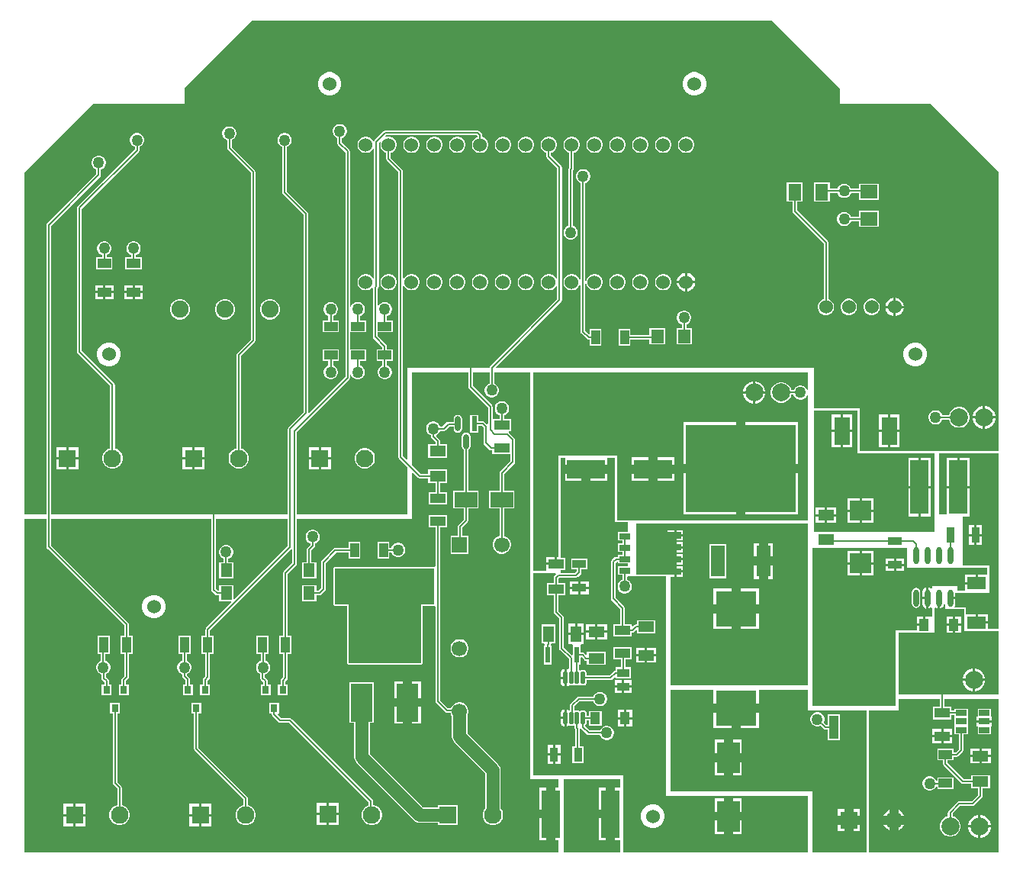
<source format=gtl>
G04*
G04 #@! TF.GenerationSoftware,Altium Limited,Altium Designer,21.3.2 (30)*
G04*
G04 Layer_Physical_Order=1*
G04 Layer_Color=255*
%FSLAX44Y44*%
%MOMM*%
G71*
G04*
G04 #@! TF.SameCoordinates,D31877C3-2771-4543-B1C5-E2EF0DFC8C93*
G04*
G04*
G04 #@! TF.FilePolarity,Positive*
G04*
G01*
G75*
%ADD11C,0.2000*%
G04:AMPARAMS|DCode=17|XSize=1.6587mm|YSize=0.6268mm|CornerRadius=0.3134mm|HoleSize=0mm|Usage=FLASHONLY|Rotation=270.000|XOffset=0mm|YOffset=0mm|HoleType=Round|Shape=RoundedRectangle|*
%AMROUNDEDRECTD17*
21,1,1.6587,0.0000,0,0,270.0*
21,1,1.0319,0.6268,0,0,270.0*
1,1,0.6268,0.0000,-0.5159*
1,1,0.6268,0.0000,0.5159*
1,1,0.6268,0.0000,0.5159*
1,1,0.6268,0.0000,-0.5159*
%
%ADD17ROUNDEDRECTD17*%
%ADD18R,0.6268X1.6587*%
%ADD19R,1.7000X1.1500*%
%ADD20R,1.6582X1.1055*%
%ADD21R,1.5000X1.0000*%
%ADD22R,1.7582X1.1561*%
%ADD23R,1.4000X1.5000*%
%ADD24R,1.2000X0.6500*%
%ADD25R,1.0000X2.5000*%
%ADD26R,6.8500X7.5000*%
%ADD27R,2.3500X2.2000*%
%ADD28R,2.5000X1.7000*%
%ADD29R,1.7000X1.0500*%
%ADD30R,1.8000X1.2500*%
%ADD31R,1.8000X1.0500*%
%ADD32R,4.5000X4.0000*%
%ADD33O,0.6000X1.9000*%
G04:AMPARAMS|DCode=34|XSize=0.45mm|YSize=1.35mm|CornerRadius=0.0495mm|HoleSize=0mm|Usage=FLASHONLY|Rotation=0.000|XOffset=0mm|YOffset=0mm|HoleType=Round|Shape=RoundedRectangle|*
%AMROUNDEDRECTD34*
21,1,0.4500,1.2510,0,0,0.0*
21,1,0.3510,1.3500,0,0,0.0*
1,1,0.0990,0.1755,-0.6255*
1,1,0.0990,-0.1755,-0.6255*
1,1,0.0990,-0.1755,0.6255*
1,1,0.0990,0.1755,0.6255*
%
%ADD34ROUNDEDRECTD34*%
%ADD35R,1.1000X1.3500*%
%ADD36R,2.1000X1.4000*%
%ADD37R,2.4000X4.2300*%
%ADD38C,7.2000*%
%ADD39R,1.3000X1.5000*%
%ADD40R,1.0000X1.5000*%
%ADD41R,0.8000X0.9000*%
%ADD42R,1.0500X1.7000*%
%ADD43R,1.4500X1.8500*%
%ADD44R,1.9000X1.5000*%
%ADD45R,0.9000X1.5500*%
%ADD46R,1.5500X0.9000*%
%ADD47R,1.2500X1.8000*%
%ADD48R,4.2000X2.1000*%
%ADD49R,1.3500X0.9500*%
%ADD50R,1.8200X1.1600*%
%ADD51R,0.5562X1.8062*%
%ADD52R,2.0000X6.0000*%
%ADD53R,1.1000X1.3500*%
%ADD54R,0.9500X1.7000*%
%ADD55R,1.7800X3.1500*%
%ADD56R,1.6000X3.5000*%
%ADD57R,12.2000X9.7500*%
%ADD58R,2.0000X5.3000*%
%ADD59R,2.5000X3.5000*%
%ADD108C,1.5240*%
%ADD112C,2.0000*%
%ADD113C,1.4000*%
%ADD114R,1.9500X1.9500*%
%ADD115C,1.9500*%
%ADD116C,1.9000*%
%ADD117C,1.7000*%
%ADD118R,1.7000X1.7000*%
%ADD119C,1.2700*%
G36*
X913750Y-85000D02*
Y-102500D01*
X1015000D01*
X1090000Y-177500D01*
Y-487500D01*
X936250D01*
Y-440000D01*
X885000D01*
Y-395000D01*
X532719D01*
X532234Y-393827D01*
X604560Y-321500D01*
X605118Y-320666D01*
X605313Y-319681D01*
Y-299960D01*
Y-172153D01*
X605118Y-171168D01*
X604560Y-170334D01*
X593394Y-159167D01*
Y-156337D01*
X594350Y-156081D01*
X596435Y-154877D01*
X598137Y-153174D01*
X599341Y-151089D01*
X599964Y-148764D01*
Y-146356D01*
X599341Y-144031D01*
X598137Y-141945D01*
X596435Y-140243D01*
X594350Y-139039D01*
X592024Y-138416D01*
X589616D01*
X587291Y-139039D01*
X585205Y-140243D01*
X583503Y-141945D01*
X582299Y-144031D01*
X581676Y-146356D01*
Y-148764D01*
X582299Y-151089D01*
X583503Y-153174D01*
X585205Y-154877D01*
X587291Y-156081D01*
X588247Y-156337D01*
Y-160233D01*
X588442Y-161218D01*
X589000Y-162053D01*
X600167Y-173219D01*
Y-295321D01*
X598897Y-295661D01*
X598137Y-294345D01*
X596435Y-292643D01*
X594350Y-291439D01*
X592024Y-290816D01*
X589616D01*
X587291Y-291439D01*
X585205Y-292643D01*
X583503Y-294345D01*
X582299Y-296430D01*
X581676Y-298756D01*
Y-301164D01*
X582299Y-303489D01*
X583503Y-305574D01*
X585205Y-307277D01*
X587291Y-308481D01*
X589616Y-309104D01*
X592024D01*
X594350Y-308481D01*
X596435Y-307277D01*
X598137Y-305574D01*
X598897Y-304259D01*
X600167Y-304599D01*
Y-318615D01*
X525680Y-393101D01*
X525122Y-393936D01*
X524927Y-394921D01*
Y-395000D01*
X433750D01*
Y-495951D01*
X432577Y-496437D01*
X429073Y-492934D01*
Y-304599D01*
X430344Y-304259D01*
X431103Y-305574D01*
X432805Y-307277D01*
X434891Y-308481D01*
X437216Y-309104D01*
X439624D01*
X441950Y-308481D01*
X444035Y-307277D01*
X445737Y-305574D01*
X446941Y-303489D01*
X447564Y-301164D01*
Y-298756D01*
X446941Y-296430D01*
X445737Y-294345D01*
X444035Y-292643D01*
X441950Y-291439D01*
X439624Y-290816D01*
X437216D01*
X434891Y-291439D01*
X432805Y-292643D01*
X431103Y-294345D01*
X430344Y-295661D01*
X429073Y-295321D01*
Y-176500D01*
X428878Y-175515D01*
X428320Y-174680D01*
X415593Y-161954D01*
Y-156337D01*
X416549Y-156081D01*
X418635Y-154877D01*
X420337Y-153174D01*
X421541Y-151089D01*
X422164Y-148764D01*
Y-146356D01*
X421541Y-144031D01*
X420337Y-141945D01*
X418635Y-140243D01*
X416549Y-139039D01*
X414224Y-138416D01*
X411816D01*
X410279Y-138828D01*
X409622Y-137689D01*
X410670Y-136641D01*
X510706D01*
X511642Y-137577D01*
X511361Y-138967D01*
X511091Y-139039D01*
X509006Y-140243D01*
X507303Y-141945D01*
X506099Y-144031D01*
X505476Y-146356D01*
Y-148764D01*
X506099Y-151089D01*
X507303Y-153174D01*
X509006Y-154877D01*
X511091Y-156081D01*
X513416Y-156704D01*
X515824D01*
X518149Y-156081D01*
X520235Y-154877D01*
X521937Y-153174D01*
X523141Y-151089D01*
X523764Y-148764D01*
Y-146356D01*
X523141Y-144031D01*
X521937Y-141945D01*
X520235Y-140243D01*
X518149Y-139039D01*
X517193Y-138783D01*
Y-136915D01*
X516998Y-135930D01*
X516440Y-135095D01*
X513592Y-132248D01*
X512757Y-131690D01*
X511772Y-131494D01*
X409604D01*
X408619Y-131690D01*
X407785Y-132248D01*
X397720Y-142312D01*
X397163Y-143147D01*
X397146Y-143231D01*
X395807Y-143452D01*
X394937Y-141945D01*
X393235Y-140243D01*
X391149Y-139039D01*
X388824Y-138416D01*
X386416D01*
X384091Y-139039D01*
X382006Y-140243D01*
X380303Y-141945D01*
X379099Y-144031D01*
X378476Y-146356D01*
Y-148764D01*
X379099Y-151089D01*
X380303Y-153174D01*
X382006Y-154877D01*
X384091Y-156081D01*
X386416Y-156704D01*
X388824D01*
X391149Y-156081D01*
X393235Y-154877D01*
X394937Y-153174D01*
X395697Y-151859D01*
X396967Y-152199D01*
Y-295321D01*
X395697Y-295661D01*
X394937Y-294345D01*
X393235Y-292643D01*
X391149Y-291439D01*
X388824Y-290816D01*
X386416D01*
X384091Y-291439D01*
X382006Y-292643D01*
X380303Y-294345D01*
X379099Y-296430D01*
X378476Y-298756D01*
Y-301164D01*
X379099Y-303489D01*
X380303Y-305574D01*
X382006Y-307277D01*
X384091Y-308481D01*
X386416Y-309104D01*
X388824D01*
X391149Y-308481D01*
X393235Y-307277D01*
X394454Y-306057D01*
X394496Y-306062D01*
X395676Y-306631D01*
Y-360781D01*
X395872Y-361766D01*
X396430Y-362601D01*
X406176Y-372347D01*
Y-374476D01*
X399726D01*
Y-387524D01*
X406176D01*
Y-392538D01*
X405711Y-392663D01*
X403915Y-393699D01*
X402449Y-395165D01*
X401413Y-396961D01*
X400876Y-398963D01*
Y-401037D01*
X401413Y-403039D01*
X402449Y-404835D01*
X403915Y-406301D01*
X405711Y-407337D01*
X407713Y-407874D01*
X409787D01*
X411789Y-407337D01*
X413585Y-406301D01*
X415051Y-404835D01*
X416087Y-403039D01*
X416624Y-401037D01*
Y-398963D01*
X416087Y-396961D01*
X415051Y-395165D01*
X413585Y-393699D01*
X411789Y-392663D01*
X411323Y-392538D01*
Y-387524D01*
X417774D01*
Y-374476D01*
X411323D01*
Y-371281D01*
X411128Y-370296D01*
X410570Y-369461D01*
X400823Y-359715D01*
Y-355524D01*
X417774D01*
Y-342476D01*
X411323D01*
Y-337462D01*
X411789Y-337337D01*
X413585Y-336301D01*
X415051Y-334835D01*
X416087Y-333039D01*
X416624Y-331037D01*
Y-328963D01*
X416087Y-326961D01*
X415051Y-325165D01*
X413585Y-323699D01*
X411789Y-322663D01*
X409787Y-322126D01*
X407713D01*
X405711Y-322663D01*
X403915Y-323699D01*
X402449Y-325165D01*
X402093Y-325781D01*
X400823Y-325441D01*
Y-307253D01*
X401360Y-306717D01*
X401918Y-305882D01*
X402113Y-304897D01*
Y-145197D01*
X403149Y-144162D01*
X404288Y-144819D01*
X403876Y-146356D01*
Y-148764D01*
X404499Y-151089D01*
X405703Y-153174D01*
X407406Y-154877D01*
X409491Y-156081D01*
X410447Y-156337D01*
Y-163020D01*
X410643Y-164005D01*
X411200Y-164840D01*
X423927Y-177566D01*
Y-494000D01*
X424123Y-494985D01*
X424680Y-495820D01*
X433750Y-504889D01*
Y-557500D01*
X311323D01*
Y-466066D01*
X369320Y-408070D01*
X369878Y-407235D01*
X370074Y-406250D01*
Y-402948D01*
X371343Y-402781D01*
X371413Y-403039D01*
X372449Y-404835D01*
X373915Y-406301D01*
X375711Y-407337D01*
X377713Y-407874D01*
X379787D01*
X381789Y-407337D01*
X383585Y-406301D01*
X385051Y-404835D01*
X386087Y-403039D01*
X386624Y-401037D01*
Y-398963D01*
X386087Y-396961D01*
X385051Y-395165D01*
X383585Y-393699D01*
X381789Y-392663D01*
X381323Y-392538D01*
Y-387524D01*
X387774D01*
Y-374476D01*
X370074D01*
Y-355524D01*
X387774D01*
Y-342476D01*
X381323D01*
Y-337462D01*
X381789Y-337337D01*
X383585Y-336301D01*
X385051Y-334835D01*
X386087Y-333039D01*
X386624Y-331037D01*
Y-328963D01*
X386087Y-326961D01*
X385051Y-325165D01*
X383585Y-323699D01*
X381789Y-322663D01*
X379787Y-322126D01*
X377713D01*
X375711Y-322663D01*
X373915Y-323699D01*
X372449Y-325165D01*
X371413Y-326961D01*
X371343Y-327219D01*
X370074Y-327051D01*
Y-155000D01*
X369878Y-154015D01*
X369320Y-153180D01*
X361323Y-145184D01*
Y-139962D01*
X361789Y-139837D01*
X363585Y-138801D01*
X365051Y-137335D01*
X366087Y-135539D01*
X366624Y-133537D01*
Y-131463D01*
X366087Y-129461D01*
X365051Y-127665D01*
X363585Y-126199D01*
X361789Y-125163D01*
X359787Y-124626D01*
X357713D01*
X355711Y-125163D01*
X353915Y-126199D01*
X352449Y-127665D01*
X351413Y-129461D01*
X350876Y-131463D01*
Y-133537D01*
X351413Y-135539D01*
X352449Y-137335D01*
X353915Y-138801D01*
X355711Y-139837D01*
X356176Y-139962D01*
Y-146250D01*
X356372Y-147235D01*
X356930Y-148070D01*
X364926Y-156066D01*
Y-405184D01*
X325035Y-445075D01*
X323765Y-444549D01*
Y-223889D01*
X323569Y-222904D01*
X323011Y-222070D01*
X300073Y-199132D01*
Y-149962D01*
X300539Y-149837D01*
X302335Y-148801D01*
X303801Y-147335D01*
X304837Y-145539D01*
X305374Y-143537D01*
Y-141463D01*
X304837Y-139461D01*
X303801Y-137665D01*
X302335Y-136199D01*
X300539Y-135163D01*
X298537Y-134626D01*
X296463D01*
X294461Y-135163D01*
X292665Y-136199D01*
X291199Y-137665D01*
X290163Y-139461D01*
X289626Y-141463D01*
Y-143537D01*
X290163Y-145539D01*
X291199Y-147335D01*
X292665Y-148801D01*
X294461Y-149837D01*
X294926Y-149962D01*
Y-200198D01*
X295122Y-201183D01*
X295680Y-202017D01*
X318618Y-224955D01*
Y-444176D01*
X301899Y-460896D01*
X301341Y-461730D01*
X301145Y-462715D01*
Y-557500D01*
X38657D01*
Y-237483D01*
X93070Y-183070D01*
X93628Y-182235D01*
X93823Y-181250D01*
Y-174962D01*
X94289Y-174837D01*
X96085Y-173801D01*
X97551Y-172335D01*
X98587Y-170539D01*
X99124Y-168537D01*
Y-166463D01*
X98587Y-164461D01*
X97551Y-162665D01*
X96085Y-161199D01*
X94289Y-160163D01*
X92287Y-159626D01*
X90213D01*
X88211Y-160163D01*
X86415Y-161199D01*
X84949Y-162665D01*
X83913Y-164461D01*
X83376Y-166463D01*
Y-168537D01*
X83913Y-170539D01*
X84949Y-172335D01*
X86415Y-173801D01*
X88211Y-174837D01*
X88677Y-174962D01*
Y-180184D01*
X34264Y-234597D01*
X33706Y-235432D01*
X33510Y-236417D01*
Y-557500D01*
X8750D01*
Y-178750D01*
X85000Y-102500D01*
X186250D01*
Y-85000D01*
X261250Y-10000D01*
X838750D01*
X913750Y-85000D01*
D02*
G37*
G36*
X878750Y-419826D02*
X877480Y-419993D01*
X877337Y-419461D01*
X876301Y-417665D01*
X874835Y-416199D01*
X873039Y-415163D01*
X871037Y-414626D01*
X868963D01*
X866961Y-415163D01*
X865165Y-416199D01*
X863699Y-417665D01*
X862663Y-419461D01*
X862538Y-419926D01*
X859991D01*
X859489Y-418052D01*
X857971Y-415424D01*
X855826Y-413279D01*
X853198Y-411761D01*
X850267Y-410976D01*
X847233D01*
X844302Y-411761D01*
X841674Y-413279D01*
X839529Y-415424D01*
X838011Y-418052D01*
X837226Y-420983D01*
Y-424017D01*
X838011Y-426948D01*
X839529Y-429576D01*
X841674Y-431721D01*
X844302Y-433239D01*
X847233Y-434024D01*
X850267D01*
X853198Y-433239D01*
X855826Y-431721D01*
X857971Y-429576D01*
X859489Y-426948D01*
X859991Y-425073D01*
X862538D01*
X862663Y-425539D01*
X863699Y-427335D01*
X865165Y-428801D01*
X866961Y-429837D01*
X868963Y-430374D01*
X871037D01*
X873039Y-429837D01*
X874835Y-428801D01*
X876301Y-427335D01*
X877337Y-425539D01*
X877480Y-425007D01*
X878750Y-425174D01*
Y-564738D01*
X679082D01*
X678750Y-564600D01*
X666250D01*
Y-492500D01*
X601250D01*
Y-604710D01*
X600020D01*
Y-612500D01*
X598750D01*
Y-613770D01*
X587710D01*
Y-620000D01*
X573750D01*
Y-400000D01*
X878750D01*
Y-419826D01*
D02*
G37*
G36*
X570000Y-851250D02*
X601250D01*
Y-860960D01*
X598250D01*
Y-890000D01*
Y-919040D01*
X601250D01*
Y-932500D01*
X8750D01*
Y-562500D01*
X33510D01*
Y-593583D01*
X33706Y-594568D01*
X34264Y-595403D01*
X119671Y-680811D01*
X119671Y-692476D01*
X115471D01*
Y-712524D01*
X119671D01*
Y-737055D01*
X117175Y-739551D01*
X116617Y-740386D01*
X116421Y-741371D01*
Y-746476D01*
X113471D01*
Y-758524D01*
X124519D01*
Y-746476D01*
X121568D01*
Y-742437D01*
X124065Y-739941D01*
X124622Y-739106D01*
X124818Y-738121D01*
Y-712524D01*
X129019D01*
Y-692476D01*
X124818D01*
X124818Y-679745D01*
X124818Y-679745D01*
X124622Y-678760D01*
X124065Y-677925D01*
X38657Y-592517D01*
Y-562500D01*
X216176D01*
Y-641072D01*
X216372Y-642057D01*
X216930Y-642892D01*
X221058Y-647020D01*
X221893Y-647578D01*
X222878Y-647774D01*
X224726D01*
Y-654224D01*
X238069D01*
X238555Y-655397D01*
X210509Y-683444D01*
X209951Y-684279D01*
X209755Y-685263D01*
Y-692476D01*
X205554D01*
Y-712524D01*
X209755D01*
Y-736998D01*
X207259Y-739494D01*
X206701Y-740329D01*
X206505Y-741314D01*
Y-746476D01*
X203554D01*
Y-758524D01*
X214602D01*
Y-746476D01*
X211652D01*
Y-742380D01*
X214148Y-739884D01*
X214706Y-739049D01*
X214902Y-738064D01*
Y-712524D01*
X219102D01*
Y-692476D01*
X214902D01*
Y-686329D01*
X304907Y-596325D01*
X306176Y-596851D01*
Y-611434D01*
X296930Y-620680D01*
X296372Y-621515D01*
X296176Y-622500D01*
Y-692476D01*
X291976D01*
Y-712524D01*
X296176D01*
Y-737795D01*
X293680Y-740291D01*
X293122Y-741126D01*
X292927Y-742111D01*
Y-746476D01*
X289976D01*
Y-758524D01*
X301024D01*
Y-746476D01*
X298073D01*
Y-743176D01*
X300570Y-740680D01*
X301128Y-739845D01*
X301324Y-738861D01*
Y-712524D01*
X305524D01*
Y-692476D01*
X301324D01*
Y-623566D01*
X310570Y-614320D01*
X311127Y-613485D01*
X311323Y-612500D01*
Y-562500D01*
X438750D01*
Y-511549D01*
X439923Y-511063D01*
X445680Y-516820D01*
X446515Y-517378D01*
X447500Y-517574D01*
X456959D01*
Y-522849D01*
X464910D01*
Y-533172D01*
X457459D01*
Y-546720D01*
X477507D01*
Y-533172D01*
X470057D01*
Y-522849D01*
X478007D01*
Y-507301D01*
X456959D01*
Y-512427D01*
X448566D01*
X438750Y-502611D01*
Y-400000D01*
X501176D01*
Y-415986D01*
X501372Y-416971D01*
X501930Y-417806D01*
X523259Y-439134D01*
Y-456940D01*
X521989Y-457466D01*
X519627Y-455105D01*
X518793Y-454547D01*
X517808Y-454351D01*
X512898D01*
Y-447443D01*
X503582D01*
Y-467078D01*
X512898D01*
Y-459498D01*
X516742D01*
X518551Y-461307D01*
Y-478449D01*
X518747Y-479434D01*
X519305Y-480269D01*
X524836Y-485800D01*
X525671Y-486357D01*
X526656Y-486553D01*
X528226D01*
Y-490754D01*
X548177D01*
Y-498543D01*
X536930Y-509789D01*
X536372Y-510624D01*
X536177Y-511609D01*
Y-531206D01*
X524726D01*
Y-551254D01*
X536177D01*
Y-581542D01*
X534881Y-581889D01*
X532595Y-583209D01*
X530729Y-585075D01*
X529409Y-587361D01*
X528726Y-589910D01*
Y-592550D01*
X529409Y-595099D01*
X530729Y-597385D01*
X532595Y-599251D01*
X534881Y-600571D01*
X537430Y-601254D01*
X540070D01*
X542619Y-600571D01*
X544905Y-599251D01*
X546771Y-597385D01*
X548091Y-595099D01*
X548774Y-592550D01*
Y-589910D01*
X548091Y-587361D01*
X546771Y-585075D01*
X544905Y-583209D01*
X542619Y-581889D01*
X541324Y-581542D01*
Y-551254D01*
X552774D01*
Y-531206D01*
X541324D01*
Y-512675D01*
X552570Y-501428D01*
X553128Y-500593D01*
X553324Y-499609D01*
Y-474500D01*
X553128Y-473515D01*
X552570Y-472680D01*
X546806Y-466917D01*
X546218Y-466524D01*
X546431Y-465254D01*
X549274D01*
Y-451706D01*
X541324D01*
Y-447462D01*
X541789Y-447337D01*
X543585Y-446301D01*
X545051Y-444835D01*
X546087Y-443039D01*
X546624Y-441037D01*
Y-438963D01*
X546087Y-436961D01*
X545051Y-435165D01*
X543585Y-433699D01*
X541789Y-432663D01*
X539787Y-432126D01*
X537713D01*
X535711Y-432663D01*
X533915Y-433699D01*
X532449Y-435165D01*
X531413Y-436961D01*
X530876Y-438963D01*
Y-441037D01*
X531413Y-443039D01*
X532449Y-444835D01*
X533915Y-446301D01*
X535711Y-447337D01*
X536177Y-447462D01*
Y-451706D01*
X528405D01*
Y-438068D01*
X528210Y-437084D01*
X527652Y-436249D01*
X506323Y-414920D01*
Y-400000D01*
X524927D01*
Y-412538D01*
X524461Y-412663D01*
X522665Y-413699D01*
X521199Y-415165D01*
X520163Y-416961D01*
X519626Y-418963D01*
Y-421037D01*
X520163Y-423039D01*
X521199Y-424835D01*
X522665Y-426301D01*
X524461Y-427337D01*
X526463Y-427874D01*
X528537D01*
X530539Y-427337D01*
X532335Y-426301D01*
X533801Y-424835D01*
X534837Y-423039D01*
X535374Y-421037D01*
Y-418963D01*
X534837Y-416961D01*
X533801Y-415165D01*
X532335Y-413699D01*
X530539Y-412663D01*
X530074Y-412538D01*
Y-400000D01*
X570000D01*
Y-851250D01*
D02*
G37*
G36*
X663750Y-566250D02*
X678750D01*
Y-577072D01*
X667536D01*
Y-586620D01*
X672486D01*
Y-589772D01*
X667536D01*
Y-599320D01*
X672486D01*
Y-602472D01*
X667536D01*
Y-604673D01*
X665425D01*
X664440Y-604868D01*
X663605Y-605426D01*
X660424Y-608608D01*
X659866Y-609442D01*
X659670Y-610427D01*
Y-651134D01*
X659866Y-652119D01*
X660424Y-652954D01*
X670075Y-662605D01*
Y-679462D01*
X662124D01*
Y-693010D01*
X683172D01*
Y-688809D01*
X683680D01*
X684665Y-688614D01*
X685500Y-688056D01*
X687456Y-686099D01*
X688726Y-686625D01*
Y-689774D01*
X708774D01*
Y-675226D01*
X688726D01*
Y-679927D01*
X687416D01*
X686431Y-680122D01*
X685596Y-680680D01*
X684345Y-681931D01*
X683172Y-681445D01*
Y-679462D01*
X675221D01*
Y-661539D01*
X675026Y-660554D01*
X674468Y-659719D01*
X664817Y-650069D01*
Y-611493D01*
X666266Y-610044D01*
X667536Y-610362D01*
Y-612020D01*
X678750D01*
Y-615172D01*
X667536D01*
Y-624720D01*
X672427D01*
Y-630038D01*
X671961Y-630163D01*
X670165Y-631199D01*
X668699Y-632665D01*
X667663Y-634461D01*
X667126Y-636463D01*
Y-638537D01*
X667663Y-640539D01*
X668699Y-642335D01*
X670165Y-643801D01*
X671961Y-644837D01*
X673963Y-645374D01*
X676037D01*
X678039Y-644837D01*
X679835Y-643801D01*
X681301Y-642335D01*
X682337Y-640539D01*
X682874Y-638537D01*
Y-636463D01*
X682337Y-634461D01*
X681301Y-632665D01*
X679835Y-631199D01*
X678039Y-630163D01*
X677573Y-630038D01*
Y-626647D01*
X678750Y-626422D01*
Y-626422D01*
X721250D01*
Y-870000D01*
X878750D01*
Y-932500D01*
X673750D01*
Y-847500D01*
X573750D01*
Y-622500D01*
X598315D01*
X598841Y-623770D01*
X596930Y-625680D01*
X596372Y-626515D01*
X596176Y-627500D01*
Y-634226D01*
X588726D01*
Y-647774D01*
X596176D01*
Y-665818D01*
X596372Y-666803D01*
X596930Y-667637D01*
X602427Y-673134D01*
Y-706250D01*
X602622Y-707235D01*
X603180Y-708070D01*
X613111Y-718000D01*
Y-729065D01*
X611841Y-729760D01*
X610939Y-729581D01*
X610454D01*
Y-738931D01*
Y-748280D01*
X610939D01*
X612123Y-748044D01*
X613127Y-747374D01*
X613298Y-747119D01*
X613929Y-747244D01*
X617439D01*
X618227Y-747087D01*
X618934Y-746665D01*
X619641Y-747087D01*
X620429Y-747244D01*
X623939D01*
X624727Y-747087D01*
X625434Y-746665D01*
X626141Y-747087D01*
X626929Y-747244D01*
X630439D01*
X631227Y-747087D01*
X631895Y-746641D01*
X632341Y-745973D01*
X632498Y-745185D01*
Y-741504D01*
X659346D01*
X660331Y-741308D01*
X661165Y-740750D01*
X663951Y-737965D01*
X665124Y-738451D01*
Y-739869D01*
X681672D01*
Y-727321D01*
X675972D01*
Y-718510D01*
X683172D01*
Y-704962D01*
X662124D01*
Y-718510D01*
X670825D01*
Y-727321D01*
X665124D01*
Y-731022D01*
X664681D01*
X663696Y-731218D01*
X662861Y-731776D01*
X658280Y-736357D01*
X632498D01*
Y-732675D01*
X632341Y-731888D01*
X631895Y-731220D01*
X631227Y-730774D01*
X630439Y-730617D01*
X626929D01*
X626141Y-730774D01*
X625712Y-731031D01*
X624669Y-730472D01*
X624590Y-730399D01*
Y-724046D01*
X626154D01*
Y-716795D01*
X627424Y-716367D01*
X630377Y-719320D01*
X631212Y-719878D01*
X632196Y-720073D01*
X633126D01*
Y-724574D01*
X654374D01*
Y-709926D01*
X633126D01*
Y-713131D01*
X631953Y-713617D01*
X630008Y-711672D01*
X629173Y-711114D01*
X628188Y-710918D01*
X626154D01*
Y-703182D01*
X626154Y-702936D01*
X626746Y-701912D01*
X629826D01*
Y-691642D01*
X621036D01*
X612246D01*
Y-701912D01*
X616952D01*
X617544Y-702936D01*
X617544Y-703182D01*
Y-713359D01*
X616274Y-713885D01*
X607574Y-705184D01*
Y-672068D01*
X607378Y-671083D01*
X606820Y-670248D01*
X601323Y-664752D01*
Y-647774D01*
X608774D01*
Y-634226D01*
X601323D01*
Y-628566D01*
X602316Y-627573D01*
X621250D01*
X622235Y-627378D01*
X623070Y-626820D01*
X626488Y-623401D01*
X627046Y-622566D01*
X627242Y-621581D01*
Y-618777D01*
X634022D01*
Y-606729D01*
X615474D01*
Y-618777D01*
X622095D01*
Y-620515D01*
X620184Y-622426D01*
X603750D01*
Y-619274D01*
X608774D01*
Y-605726D01*
X603750D01*
Y-495000D01*
X608710D01*
Y-502500D01*
X632250D01*
X655790D01*
Y-495000D01*
X663750D01*
Y-566250D01*
D02*
G37*
G36*
X933750Y-490000D02*
X1018750D01*
Y-577500D01*
X885000D01*
Y-442500D01*
X933750D01*
Y-490000D01*
D02*
G37*
G36*
X988390Y-616970D02*
X1077047D01*
Y-624306D01*
X1066773D01*
Y-633846D01*
X1065503D01*
Y-635116D01*
X1052463D01*
Y-642500D01*
X1043981D01*
Y-637032D01*
X1016250D01*
Y-639483D01*
X1015238Y-639854D01*
X1014980Y-639904D01*
X1013190Y-638708D01*
X1012299Y-638531D01*
Y-650426D01*
Y-662322D01*
X1013190Y-662145D01*
X1014980Y-660949D01*
X1015238Y-660999D01*
X1016250Y-661370D01*
Y-669962D01*
X1015290Y-670710D01*
X1008520D01*
Y-680000D01*
X1007250D01*
Y-681270D01*
X999210D01*
Y-686251D01*
X975531D01*
X975531Y-770000D01*
X883750D01*
Y-595000D01*
X988390D01*
X988390Y-616970D01*
D02*
G37*
G36*
X301145Y-592807D02*
X241947Y-652005D01*
X240774Y-651519D01*
Y-636176D01*
X224726D01*
Y-641613D01*
X223456Y-642139D01*
X221323Y-640006D01*
Y-562500D01*
X301145D01*
Y-592807D01*
D02*
G37*
G36*
X1024999Y-662322D02*
X1025890Y-662145D01*
X1027723Y-660921D01*
X1028947Y-659088D01*
X1029318Y-657225D01*
X1030588Y-657350D01*
Y-662500D01*
X1052310D01*
Y-687500D01*
X1090000D01*
Y-757500D01*
X978750D01*
Y-688991D01*
X1018750D01*
Y-661559D01*
X1020020Y-661111D01*
X1021567Y-662145D01*
X1022459Y-662322D01*
Y-650426D01*
X1024999D01*
Y-662322D01*
D02*
G37*
G36*
X1090000Y-685000D02*
X1078543D01*
Y-679116D01*
X1065503D01*
Y-677846D01*
X1064233D01*
Y-668306D01*
X1053960D01*
Y-662500D01*
X1053750Y-661994D01*
Y-660980D01*
X1052622D01*
X1052310Y-660850D01*
X1041817D01*
X1041218Y-659730D01*
X1041647Y-659088D01*
X1042077Y-656926D01*
Y-651696D01*
X1036429D01*
Y-649156D01*
X1042077D01*
Y-645000D01*
X1079915D01*
Y-614283D01*
X1050020D01*
Y-560040D01*
X1057790D01*
Y-528770D01*
X1045250D01*
X1032710D01*
Y-557500D01*
X1023750D01*
Y-490000D01*
X1090000D01*
Y-685000D01*
D02*
G37*
G36*
X878750Y-747500D02*
X726250D01*
Y-626752D01*
X729980D01*
Y-624396D01*
X687560D01*
Y-577500D01*
X687500D01*
Y-567500D01*
X878750D01*
Y-747500D01*
D02*
G37*
G36*
X878750Y-775000D02*
X943750D01*
Y-932500D01*
X883750D01*
Y-865000D01*
X726250D01*
Y-752500D01*
X773710D01*
Y-767500D01*
X798750D01*
X823790D01*
Y-752500D01*
X878750D01*
Y-775000D01*
D02*
G37*
G36*
X1090000Y-932500D02*
X946250D01*
Y-775000D01*
X978750D01*
Y-762500D01*
X1024927D01*
Y-771050D01*
X1017556D01*
Y-785153D01*
X1037187D01*
Y-780573D01*
X1040726D01*
Y-792274D01*
Y-801774D01*
X1045676D01*
Y-818184D01*
X1042457Y-821404D01*
X1040021D01*
Y-817453D01*
X1021973D01*
Y-830501D01*
X1028424D01*
Y-834747D01*
X1028620Y-835732D01*
X1029177Y-836567D01*
X1048627Y-856017D01*
X1049462Y-856575D01*
X1050447Y-856770D01*
X1059685D01*
Y-861565D01*
X1067427D01*
Y-868934D01*
X1060184Y-876177D01*
X1046139D01*
X1045155Y-876372D01*
X1044320Y-876930D01*
X1034430Y-886820D01*
X1033872Y-887655D01*
X1033677Y-888639D01*
Y-892509D01*
X1031802Y-893011D01*
X1029174Y-894529D01*
X1027029Y-896674D01*
X1025511Y-899302D01*
X1024726Y-902233D01*
Y-905267D01*
X1025511Y-908198D01*
X1027029Y-910826D01*
X1029174Y-912971D01*
X1031802Y-914489D01*
X1034733Y-915274D01*
X1037767D01*
X1040698Y-914489D01*
X1043326Y-912971D01*
X1045471Y-910826D01*
X1046989Y-908198D01*
X1047774Y-905267D01*
Y-902233D01*
X1046989Y-899302D01*
X1045471Y-896674D01*
X1043326Y-894529D01*
X1040698Y-893011D01*
X1038823Y-892509D01*
Y-889705D01*
X1047205Y-881323D01*
X1061250D01*
X1062235Y-881128D01*
X1063070Y-880570D01*
X1071820Y-871820D01*
X1072378Y-870985D01*
X1072573Y-870000D01*
Y-861565D01*
X1080315D01*
Y-846956D01*
X1059685D01*
Y-851624D01*
X1051513D01*
X1033571Y-833681D01*
Y-830501D01*
X1040021D01*
Y-826551D01*
X1043523D01*
X1044508Y-826355D01*
X1045342Y-825797D01*
X1050070Y-821070D01*
X1050628Y-820235D01*
X1050824Y-819250D01*
Y-801774D01*
X1055774D01*
Y-792274D01*
Y-782774D01*
Y-773226D01*
X1040726D01*
Y-775426D01*
X1037187D01*
Y-771050D01*
X1030073D01*
Y-762500D01*
X1090000D01*
Y-932500D01*
D02*
G37*
G36*
X670000Y-860960D02*
X664250D01*
Y-890000D01*
Y-919040D01*
X670000D01*
Y-932500D01*
X607258D01*
Y-851250D01*
X670000D01*
Y-860960D01*
D02*
G37*
%LPC*%
G36*
X754215Y-66976D02*
X750785D01*
X747473Y-67863D01*
X744503Y-69578D01*
X742078Y-72003D01*
X740363Y-74973D01*
X739476Y-78285D01*
Y-81715D01*
X740363Y-85027D01*
X742078Y-87997D01*
X744503Y-90422D01*
X747473Y-92136D01*
X750785Y-93024D01*
X754215D01*
X757527Y-92136D01*
X760497Y-90422D01*
X762922Y-87997D01*
X764636Y-85027D01*
X765524Y-81715D01*
Y-78285D01*
X764636Y-74973D01*
X762922Y-72003D01*
X760497Y-69578D01*
X757527Y-67863D01*
X754215Y-66976D01*
D02*
G37*
G36*
X349215D02*
X345785D01*
X342473Y-67863D01*
X339503Y-69578D01*
X337078Y-72003D01*
X335364Y-74973D01*
X334476Y-78285D01*
Y-81715D01*
X335364Y-85027D01*
X337078Y-87997D01*
X339503Y-90422D01*
X342473Y-92136D01*
X345785Y-93024D01*
X349215D01*
X352527Y-92136D01*
X355497Y-90422D01*
X357922Y-87997D01*
X359636Y-85027D01*
X360524Y-81715D01*
Y-78285D01*
X359636Y-74973D01*
X357922Y-72003D01*
X355497Y-69578D01*
X352527Y-67863D01*
X349215Y-66976D01*
D02*
G37*
G36*
X744424Y-138416D02*
X742016D01*
X739691Y-139039D01*
X737606Y-140243D01*
X735903Y-141945D01*
X734699Y-144031D01*
X734076Y-146356D01*
Y-148764D01*
X734699Y-151089D01*
X735903Y-153174D01*
X737606Y-154877D01*
X739691Y-156081D01*
X742016Y-156704D01*
X744424D01*
X746749Y-156081D01*
X748835Y-154877D01*
X750537Y-153174D01*
X751741Y-151089D01*
X752364Y-148764D01*
Y-146356D01*
X751741Y-144031D01*
X750537Y-141945D01*
X748835Y-140243D01*
X746749Y-139039D01*
X744424Y-138416D01*
D02*
G37*
G36*
X719024D02*
X716616D01*
X714291Y-139039D01*
X712206Y-140243D01*
X710503Y-141945D01*
X709299Y-144031D01*
X708676Y-146356D01*
Y-148764D01*
X709299Y-151089D01*
X710503Y-153174D01*
X712206Y-154877D01*
X714291Y-156081D01*
X716616Y-156704D01*
X719024D01*
X721349Y-156081D01*
X723435Y-154877D01*
X725137Y-153174D01*
X726341Y-151089D01*
X726964Y-148764D01*
Y-146356D01*
X726341Y-144031D01*
X725137Y-141945D01*
X723435Y-140243D01*
X721349Y-139039D01*
X719024Y-138416D01*
D02*
G37*
G36*
X693624D02*
X691216D01*
X688891Y-139039D01*
X686805Y-140243D01*
X685103Y-141945D01*
X683899Y-144031D01*
X683276Y-146356D01*
Y-148764D01*
X683899Y-151089D01*
X685103Y-153174D01*
X686805Y-154877D01*
X688891Y-156081D01*
X691216Y-156704D01*
X693624D01*
X695949Y-156081D01*
X698035Y-154877D01*
X699737Y-153174D01*
X700941Y-151089D01*
X701564Y-148764D01*
Y-146356D01*
X700941Y-144031D01*
X699737Y-141945D01*
X698035Y-140243D01*
X695949Y-139039D01*
X693624Y-138416D01*
D02*
G37*
G36*
X668224D02*
X665816D01*
X663491Y-139039D01*
X661405Y-140243D01*
X659703Y-141945D01*
X658499Y-144031D01*
X657876Y-146356D01*
Y-148764D01*
X658499Y-151089D01*
X659703Y-153174D01*
X661405Y-154877D01*
X663491Y-156081D01*
X665816Y-156704D01*
X668224D01*
X670549Y-156081D01*
X672635Y-154877D01*
X674337Y-153174D01*
X675541Y-151089D01*
X676164Y-148764D01*
Y-146356D01*
X675541Y-144031D01*
X674337Y-141945D01*
X672635Y-140243D01*
X670549Y-139039D01*
X668224Y-138416D01*
D02*
G37*
G36*
X642824D02*
X640416D01*
X638091Y-139039D01*
X636006Y-140243D01*
X634303Y-141945D01*
X633099Y-144031D01*
X632476Y-146356D01*
Y-148764D01*
X633099Y-151089D01*
X634303Y-153174D01*
X636006Y-154877D01*
X638091Y-156081D01*
X640416Y-156704D01*
X642824D01*
X645150Y-156081D01*
X647235Y-154877D01*
X648937Y-153174D01*
X650141Y-151089D01*
X650764Y-148764D01*
Y-146356D01*
X650141Y-144031D01*
X648937Y-141945D01*
X647235Y-140243D01*
X645150Y-139039D01*
X642824Y-138416D01*
D02*
G37*
G36*
X566624D02*
X564216D01*
X561891Y-139039D01*
X559805Y-140243D01*
X558103Y-141945D01*
X556899Y-144031D01*
X556276Y-146356D01*
Y-148764D01*
X556899Y-151089D01*
X558103Y-153174D01*
X559805Y-154877D01*
X561891Y-156081D01*
X564216Y-156704D01*
X566624D01*
X568950Y-156081D01*
X571035Y-154877D01*
X572737Y-153174D01*
X573941Y-151089D01*
X574564Y-148764D01*
Y-146356D01*
X573941Y-144031D01*
X572737Y-141945D01*
X571035Y-140243D01*
X568950Y-139039D01*
X566624Y-138416D01*
D02*
G37*
G36*
X541224D02*
X538816D01*
X536491Y-139039D01*
X534406Y-140243D01*
X532703Y-141945D01*
X531499Y-144031D01*
X530876Y-146356D01*
Y-148764D01*
X531499Y-151089D01*
X532703Y-153174D01*
X534406Y-154877D01*
X536491Y-156081D01*
X538816Y-156704D01*
X541224D01*
X543549Y-156081D01*
X545635Y-154877D01*
X547337Y-153174D01*
X548541Y-151089D01*
X549164Y-148764D01*
Y-146356D01*
X548541Y-144031D01*
X547337Y-141945D01*
X545635Y-140243D01*
X543549Y-139039D01*
X541224Y-138416D01*
D02*
G37*
G36*
X490424D02*
X488016D01*
X485691Y-139039D01*
X483605Y-140243D01*
X481903Y-141945D01*
X480699Y-144031D01*
X480076Y-146356D01*
Y-148764D01*
X480699Y-151089D01*
X481903Y-153174D01*
X483605Y-154877D01*
X485691Y-156081D01*
X488016Y-156704D01*
X490424D01*
X492749Y-156081D01*
X494835Y-154877D01*
X496537Y-153174D01*
X497741Y-151089D01*
X498364Y-148764D01*
Y-146356D01*
X497741Y-144031D01*
X496537Y-141945D01*
X494835Y-140243D01*
X492749Y-139039D01*
X490424Y-138416D01*
D02*
G37*
G36*
X465024D02*
X462616D01*
X460291Y-139039D01*
X458205Y-140243D01*
X456503Y-141945D01*
X455299Y-144031D01*
X454676Y-146356D01*
Y-148764D01*
X455299Y-151089D01*
X456503Y-153174D01*
X458205Y-154877D01*
X460291Y-156081D01*
X462616Y-156704D01*
X465024D01*
X467350Y-156081D01*
X469435Y-154877D01*
X471137Y-153174D01*
X472341Y-151089D01*
X472964Y-148764D01*
Y-146356D01*
X472341Y-144031D01*
X471137Y-141945D01*
X469435Y-140243D01*
X467350Y-139039D01*
X465024Y-138416D01*
D02*
G37*
G36*
X439624D02*
X437216D01*
X434891Y-139039D01*
X432805Y-140243D01*
X431103Y-141945D01*
X429899Y-144031D01*
X429276Y-146356D01*
Y-148764D01*
X429899Y-151089D01*
X431103Y-153174D01*
X432805Y-154877D01*
X434891Y-156081D01*
X437216Y-156704D01*
X439624D01*
X441950Y-156081D01*
X444035Y-154877D01*
X445737Y-153174D01*
X446941Y-151089D01*
X447564Y-148764D01*
Y-146356D01*
X446941Y-144031D01*
X445737Y-141945D01*
X444035Y-140243D01*
X441950Y-139039D01*
X439624Y-138416D01*
D02*
G37*
G36*
X902524Y-189226D02*
X884976D01*
Y-210774D01*
X902524D01*
Y-201304D01*
X911288D01*
X911413Y-201769D01*
X912449Y-203565D01*
X913915Y-205031D01*
X915711Y-206067D01*
X917713Y-206604D01*
X919787D01*
X921789Y-206067D01*
X923585Y-205031D01*
X925051Y-203565D01*
X926087Y-201769D01*
X926212Y-201304D01*
X935268D01*
Y-208845D01*
X957316D01*
Y-190797D01*
X935268D01*
Y-196157D01*
X926212D01*
X926087Y-195691D01*
X925051Y-193895D01*
X923585Y-192429D01*
X921789Y-191393D01*
X919787Y-190856D01*
X917713D01*
X915711Y-191393D01*
X913915Y-192429D01*
X912449Y-193895D01*
X911413Y-195691D01*
X911288Y-196157D01*
X902524D01*
Y-189226D01*
D02*
G37*
G36*
X957316Y-220797D02*
X935268D01*
Y-227426D01*
X926212D01*
X926087Y-226961D01*
X925051Y-225165D01*
X923585Y-223699D01*
X921789Y-222663D01*
X919787Y-222126D01*
X917713D01*
X915711Y-222663D01*
X913915Y-223699D01*
X912449Y-225165D01*
X911413Y-226961D01*
X910876Y-228963D01*
Y-231037D01*
X911413Y-233039D01*
X912449Y-234835D01*
X913915Y-236301D01*
X915711Y-237337D01*
X917713Y-237874D01*
X919787D01*
X921789Y-237337D01*
X923585Y-236301D01*
X925051Y-234835D01*
X926087Y-233039D01*
X926212Y-232573D01*
X935268D01*
Y-238845D01*
X957316D01*
Y-220797D01*
D02*
G37*
G36*
X617424Y-138416D02*
X615016D01*
X612691Y-139039D01*
X610606Y-140243D01*
X608903Y-141945D01*
X607699Y-144031D01*
X607076Y-146356D01*
Y-148764D01*
X607699Y-151089D01*
X608903Y-153174D01*
X610606Y-154877D01*
X612691Y-156081D01*
X613647Y-156337D01*
Y-172714D01*
X613180Y-173180D01*
X612622Y-174015D01*
X612426Y-175000D01*
Y-237538D01*
X611961Y-237663D01*
X610165Y-238699D01*
X608699Y-240165D01*
X607663Y-241961D01*
X607126Y-243963D01*
Y-246037D01*
X607663Y-248039D01*
X608699Y-249835D01*
X610165Y-251301D01*
X611961Y-252337D01*
X613963Y-252874D01*
X616037D01*
X618039Y-252337D01*
X619835Y-251301D01*
X621301Y-249835D01*
X622337Y-248039D01*
X622874Y-246037D01*
Y-243963D01*
X622337Y-241961D01*
X621301Y-240165D01*
X619835Y-238699D01*
X618039Y-237663D01*
X617573Y-237538D01*
Y-176066D01*
X618040Y-175600D01*
X618598Y-174765D01*
X618793Y-173780D01*
Y-156337D01*
X619749Y-156081D01*
X621835Y-154877D01*
X623537Y-153174D01*
X624741Y-151089D01*
X625364Y-148764D01*
Y-146356D01*
X624741Y-144031D01*
X623537Y-141945D01*
X621835Y-140243D01*
X619749Y-139039D01*
X617424Y-138416D01*
D02*
G37*
G36*
X131037Y-254626D02*
X128963D01*
X126961Y-255163D01*
X125165Y-256199D01*
X123699Y-257665D01*
X122663Y-259461D01*
X122126Y-261463D01*
Y-263537D01*
X122663Y-265539D01*
X123699Y-267335D01*
X125165Y-268801D01*
X126961Y-269837D01*
X127427Y-269962D01*
Y-272476D01*
X120976D01*
Y-285524D01*
X139024D01*
Y-272476D01*
X132573D01*
Y-269962D01*
X133039Y-269837D01*
X134835Y-268801D01*
X136301Y-267335D01*
X137337Y-265539D01*
X137874Y-263537D01*
Y-261463D01*
X137337Y-259461D01*
X136301Y-257665D01*
X134835Y-256199D01*
X133039Y-255163D01*
X131037Y-254626D01*
D02*
G37*
G36*
X98537D02*
X96463D01*
X94461Y-255163D01*
X92665Y-256199D01*
X91199Y-257665D01*
X90163Y-259461D01*
X89626Y-261463D01*
Y-263537D01*
X90163Y-265539D01*
X91199Y-267335D01*
X92665Y-268801D01*
X94461Y-269837D01*
X94927Y-269962D01*
Y-272476D01*
X88476D01*
Y-285524D01*
X106524D01*
Y-272476D01*
X100073D01*
Y-269962D01*
X100539Y-269837D01*
X102335Y-268801D01*
X103801Y-267335D01*
X104837Y-265539D01*
X105374Y-263537D01*
Y-261463D01*
X104837Y-259461D01*
X103801Y-257665D01*
X102335Y-256199D01*
X100539Y-255163D01*
X98537Y-254626D01*
D02*
G37*
G36*
X629787Y-174626D02*
X627713D01*
X625711Y-175163D01*
X623915Y-176199D01*
X622449Y-177665D01*
X621413Y-179461D01*
X620876Y-181463D01*
Y-183537D01*
X621413Y-185539D01*
X622449Y-187335D01*
X623915Y-188801D01*
X625711Y-189837D01*
X626176Y-189962D01*
Y-296882D01*
X624907Y-297049D01*
X624741Y-296430D01*
X623537Y-294345D01*
X621835Y-292643D01*
X619749Y-291439D01*
X617424Y-290816D01*
X615016D01*
X612691Y-291439D01*
X610606Y-292643D01*
X608903Y-294345D01*
X607699Y-296430D01*
X607076Y-298756D01*
Y-301164D01*
X607699Y-303489D01*
X608903Y-305574D01*
X610606Y-307277D01*
X612691Y-308481D01*
X615016Y-309104D01*
X617424D01*
X619749Y-308481D01*
X621835Y-307277D01*
X623537Y-305574D01*
X624741Y-303489D01*
X624907Y-302871D01*
X626176Y-303038D01*
Y-354871D01*
X626372Y-355856D01*
X626930Y-356691D01*
X633289Y-363050D01*
X634124Y-363608D01*
X635109Y-363803D01*
X636226D01*
Y-370254D01*
X649274D01*
Y-352206D01*
X636226D01*
Y-356912D01*
X634956Y-357438D01*
X631324Y-353805D01*
Y-301769D01*
X632593Y-301602D01*
X633099Y-303489D01*
X634303Y-305574D01*
X636006Y-307277D01*
X638091Y-308481D01*
X640416Y-309104D01*
X642824D01*
X645150Y-308481D01*
X647235Y-307277D01*
X648937Y-305574D01*
X650141Y-303489D01*
X650764Y-301164D01*
Y-298756D01*
X650141Y-296430D01*
X648937Y-294345D01*
X647235Y-292643D01*
X645150Y-291439D01*
X642824Y-290816D01*
X640416D01*
X638091Y-291439D01*
X636006Y-292643D01*
X634303Y-294345D01*
X633099Y-296430D01*
X632593Y-298318D01*
X631324Y-298151D01*
Y-189962D01*
X631789Y-189837D01*
X633585Y-188801D01*
X635051Y-187335D01*
X636087Y-185539D01*
X636624Y-183537D01*
Y-181463D01*
X636087Y-179461D01*
X635051Y-177665D01*
X633585Y-176199D01*
X631789Y-175163D01*
X629787Y-174626D01*
D02*
G37*
G36*
X744558Y-289800D02*
X744490D01*
Y-298690D01*
X753380D01*
Y-298622D01*
X752688Y-296038D01*
X751350Y-293722D01*
X749458Y-291830D01*
X747142Y-290492D01*
X744558Y-289800D01*
D02*
G37*
G36*
X741950D02*
X741882D01*
X739298Y-290492D01*
X736982Y-291830D01*
X735090Y-293722D01*
X733752Y-296038D01*
X733060Y-298622D01*
Y-298690D01*
X741950D01*
Y-289800D01*
D02*
G37*
G36*
X719024Y-290816D02*
X716616D01*
X714291Y-291439D01*
X712206Y-292643D01*
X710503Y-294345D01*
X709299Y-296430D01*
X708676Y-298756D01*
Y-301164D01*
X709299Y-303489D01*
X710503Y-305574D01*
X712206Y-307277D01*
X714291Y-308481D01*
X716616Y-309104D01*
X719024D01*
X721349Y-308481D01*
X723435Y-307277D01*
X725137Y-305574D01*
X726341Y-303489D01*
X726964Y-301164D01*
Y-298756D01*
X726341Y-296430D01*
X725137Y-294345D01*
X723435Y-292643D01*
X721349Y-291439D01*
X719024Y-290816D01*
D02*
G37*
G36*
X693624D02*
X691216D01*
X688891Y-291439D01*
X686805Y-292643D01*
X685103Y-294345D01*
X683899Y-296430D01*
X683276Y-298756D01*
Y-301164D01*
X683899Y-303489D01*
X685103Y-305574D01*
X686805Y-307277D01*
X688891Y-308481D01*
X691216Y-309104D01*
X693624D01*
X695949Y-308481D01*
X698035Y-307277D01*
X699737Y-305574D01*
X700941Y-303489D01*
X701564Y-301164D01*
Y-298756D01*
X700941Y-296430D01*
X699737Y-294345D01*
X698035Y-292643D01*
X695949Y-291439D01*
X693624Y-290816D01*
D02*
G37*
G36*
X668224D02*
X665816D01*
X663491Y-291439D01*
X661405Y-292643D01*
X659703Y-294345D01*
X658499Y-296430D01*
X657876Y-298756D01*
Y-301164D01*
X658499Y-303489D01*
X659703Y-305574D01*
X661405Y-307277D01*
X663491Y-308481D01*
X665816Y-309104D01*
X668224D01*
X670549Y-308481D01*
X672635Y-307277D01*
X674337Y-305574D01*
X675541Y-303489D01*
X676164Y-301164D01*
Y-298756D01*
X675541Y-296430D01*
X674337Y-294345D01*
X672635Y-292643D01*
X670549Y-291439D01*
X668224Y-290816D01*
D02*
G37*
G36*
X566624D02*
X564216D01*
X561891Y-291439D01*
X559805Y-292643D01*
X558103Y-294345D01*
X556899Y-296430D01*
X556276Y-298756D01*
Y-301164D01*
X556899Y-303489D01*
X558103Y-305574D01*
X559805Y-307277D01*
X561891Y-308481D01*
X564216Y-309104D01*
X566624D01*
X568950Y-308481D01*
X571035Y-307277D01*
X572737Y-305574D01*
X573941Y-303489D01*
X574564Y-301164D01*
Y-298756D01*
X573941Y-296430D01*
X572737Y-294345D01*
X571035Y-292643D01*
X568950Y-291439D01*
X566624Y-290816D01*
D02*
G37*
G36*
X541224D02*
X538816D01*
X536491Y-291439D01*
X534406Y-292643D01*
X532703Y-294345D01*
X531499Y-296430D01*
X530876Y-298756D01*
Y-301164D01*
X531499Y-303489D01*
X532703Y-305574D01*
X534406Y-307277D01*
X536491Y-308481D01*
X538816Y-309104D01*
X541224D01*
X543549Y-308481D01*
X545635Y-307277D01*
X547337Y-305574D01*
X548541Y-303489D01*
X549164Y-301164D01*
Y-298756D01*
X548541Y-296430D01*
X547337Y-294345D01*
X545635Y-292643D01*
X543549Y-291439D01*
X541224Y-290816D01*
D02*
G37*
G36*
X515824D02*
X513416D01*
X511091Y-291439D01*
X509006Y-292643D01*
X507303Y-294345D01*
X506099Y-296430D01*
X505476Y-298756D01*
Y-301164D01*
X506099Y-303489D01*
X507303Y-305574D01*
X509006Y-307277D01*
X511091Y-308481D01*
X513416Y-309104D01*
X515824D01*
X518149Y-308481D01*
X520235Y-307277D01*
X521937Y-305574D01*
X523141Y-303489D01*
X523764Y-301164D01*
Y-298756D01*
X523141Y-296430D01*
X521937Y-294345D01*
X520235Y-292643D01*
X518149Y-291439D01*
X515824Y-290816D01*
D02*
G37*
G36*
X490424D02*
X488016D01*
X485691Y-291439D01*
X483605Y-292643D01*
X481903Y-294345D01*
X480699Y-296430D01*
X480076Y-298756D01*
Y-301164D01*
X480699Y-303489D01*
X481903Y-305574D01*
X483605Y-307277D01*
X485691Y-308481D01*
X488016Y-309104D01*
X490424D01*
X492749Y-308481D01*
X494835Y-307277D01*
X496537Y-305574D01*
X497741Y-303489D01*
X498364Y-301164D01*
Y-298756D01*
X497741Y-296430D01*
X496537Y-294345D01*
X494835Y-292643D01*
X492749Y-291439D01*
X490424Y-290816D01*
D02*
G37*
G36*
X465024D02*
X462616D01*
X460291Y-291439D01*
X458205Y-292643D01*
X456503Y-294345D01*
X455299Y-296430D01*
X454676Y-298756D01*
Y-301164D01*
X455299Y-303489D01*
X456503Y-305574D01*
X458205Y-307277D01*
X460291Y-308481D01*
X462616Y-309104D01*
X465024D01*
X467350Y-308481D01*
X469435Y-307277D01*
X471137Y-305574D01*
X472341Y-303489D01*
X472964Y-301164D01*
Y-298756D01*
X472341Y-296430D01*
X471137Y-294345D01*
X469435Y-292643D01*
X467350Y-291439D01*
X465024Y-290816D01*
D02*
G37*
G36*
X414224D02*
X411816D01*
X409491Y-291439D01*
X407406Y-292643D01*
X405703Y-294345D01*
X404499Y-296430D01*
X403876Y-298756D01*
Y-301164D01*
X404499Y-303489D01*
X405703Y-305574D01*
X407406Y-307277D01*
X409491Y-308481D01*
X411816Y-309104D01*
X414224D01*
X416549Y-308481D01*
X418635Y-307277D01*
X420337Y-305574D01*
X421541Y-303489D01*
X422164Y-301164D01*
Y-298756D01*
X421541Y-296430D01*
X420337Y-294345D01*
X418635Y-292643D01*
X416549Y-291439D01*
X414224Y-290816D01*
D02*
G37*
G36*
X140040Y-303460D02*
X131270D01*
Y-309730D01*
X140040D01*
Y-303460D01*
D02*
G37*
G36*
X107540D02*
X98770D01*
Y-309730D01*
X107540D01*
Y-303460D01*
D02*
G37*
G36*
X128730D02*
X119960D01*
Y-309730D01*
X128730D01*
Y-303460D01*
D02*
G37*
G36*
X96230D02*
X87460D01*
Y-309730D01*
X96230D01*
Y-303460D01*
D02*
G37*
G36*
X753380Y-301230D02*
X744490D01*
Y-310120D01*
X744558D01*
X747142Y-309428D01*
X749458Y-308090D01*
X751350Y-306198D01*
X752688Y-303882D01*
X753380Y-301298D01*
Y-301230D01*
D02*
G37*
G36*
X741950D02*
X733060D01*
Y-301298D01*
X733752Y-303882D01*
X735090Y-306198D01*
X736982Y-308090D01*
X739298Y-309428D01*
X741882Y-310120D01*
X741950D01*
Y-301230D01*
D02*
G37*
G36*
X140040Y-312270D02*
X131270D01*
Y-318540D01*
X140040D01*
Y-312270D01*
D02*
G37*
G36*
X128730D02*
X119960D01*
Y-318540D01*
X128730D01*
Y-312270D01*
D02*
G37*
G36*
X107540D02*
X98770D01*
Y-318540D01*
X107540D01*
Y-312270D01*
D02*
G37*
G36*
X96230D02*
X87460D01*
Y-318540D01*
X96230D01*
Y-312270D01*
D02*
G37*
G36*
X975888Y-317340D02*
X975820D01*
Y-326230D01*
X984710D01*
Y-326162D01*
X984018Y-323578D01*
X982680Y-321262D01*
X980788Y-319370D01*
X978472Y-318032D01*
X975888Y-317340D01*
D02*
G37*
G36*
X973280D02*
X973212D01*
X970628Y-318032D01*
X968312Y-319370D01*
X966420Y-321262D01*
X965082Y-323578D01*
X964390Y-326162D01*
Y-326230D01*
X973280D01*
Y-317340D01*
D02*
G37*
G36*
X950354Y-318356D02*
X947946D01*
X945620Y-318979D01*
X943536Y-320183D01*
X941833Y-321885D01*
X940629Y-323970D01*
X940006Y-326296D01*
Y-328704D01*
X940629Y-331030D01*
X941833Y-333115D01*
X943536Y-334817D01*
X945620Y-336021D01*
X947946Y-336644D01*
X950354D01*
X952680Y-336021D01*
X954764Y-334817D01*
X956467Y-333115D01*
X957671Y-331030D01*
X958294Y-328704D01*
Y-326296D01*
X957671Y-323970D01*
X956467Y-321885D01*
X954764Y-320183D01*
X952680Y-318979D01*
X950354Y-318356D01*
D02*
G37*
G36*
X924954D02*
X922546D01*
X920220Y-318979D01*
X918136Y-320183D01*
X916433Y-321885D01*
X915229Y-323970D01*
X914606Y-326296D01*
Y-328704D01*
X915229Y-331030D01*
X916433Y-333115D01*
X918136Y-334817D01*
X920220Y-336021D01*
X922546Y-336644D01*
X924954D01*
X927280Y-336021D01*
X929364Y-334817D01*
X931067Y-333115D01*
X932271Y-331030D01*
X932894Y-328704D01*
Y-326296D01*
X932271Y-323970D01*
X931067Y-321885D01*
X929364Y-320183D01*
X927280Y-318979D01*
X924954Y-318356D01*
D02*
G37*
G36*
X872524Y-189226D02*
X854976D01*
Y-210774D01*
X861177D01*
Y-221250D01*
X861372Y-222235D01*
X861930Y-223070D01*
X895777Y-256916D01*
Y-318723D01*
X894820Y-318979D01*
X892736Y-320183D01*
X891033Y-321885D01*
X889829Y-323970D01*
X889206Y-326296D01*
Y-328704D01*
X889829Y-331030D01*
X891033Y-333115D01*
X892736Y-334817D01*
X894820Y-336021D01*
X897146Y-336644D01*
X899554D01*
X901880Y-336021D01*
X903964Y-334817D01*
X905667Y-333115D01*
X906871Y-331030D01*
X907494Y-328704D01*
Y-326296D01*
X906871Y-323970D01*
X905667Y-321885D01*
X903964Y-320183D01*
X901880Y-318979D01*
X900923Y-318723D01*
Y-255850D01*
X900728Y-254865D01*
X900170Y-254030D01*
X866323Y-220184D01*
Y-210774D01*
X872524D01*
Y-189226D01*
D02*
G37*
G36*
X984710Y-328770D02*
X975820D01*
Y-337660D01*
X975888D01*
X978472Y-336968D01*
X980788Y-335630D01*
X982680Y-333738D01*
X984018Y-331422D01*
X984710Y-328838D01*
Y-328770D01*
D02*
G37*
G36*
X973280D02*
X964390D01*
Y-328838D01*
X965082Y-331422D01*
X966420Y-333738D01*
X968312Y-335630D01*
X970628Y-336968D01*
X973212Y-337660D01*
X973280D01*
Y-328770D01*
D02*
G37*
G36*
X282701Y-319276D02*
X279799D01*
X276995Y-320027D01*
X274481Y-321479D01*
X272429Y-323531D01*
X270977Y-326045D01*
X270226Y-328849D01*
Y-331751D01*
X270977Y-334555D01*
X272429Y-337069D01*
X274481Y-339121D01*
X276995Y-340573D01*
X279799Y-341324D01*
X282701D01*
X285505Y-340573D01*
X288019Y-339121D01*
X290071Y-337069D01*
X291523Y-334555D01*
X292274Y-331751D01*
Y-328849D01*
X291523Y-326045D01*
X290071Y-323531D01*
X288019Y-321479D01*
X285505Y-320027D01*
X282701Y-319276D01*
D02*
G37*
G36*
X232701D02*
X229799D01*
X226995Y-320027D01*
X224481Y-321479D01*
X222429Y-323531D01*
X220977Y-326045D01*
X220226Y-328849D01*
Y-331751D01*
X220977Y-334555D01*
X222429Y-337069D01*
X224481Y-339121D01*
X226995Y-340573D01*
X229799Y-341324D01*
X232701D01*
X235505Y-340573D01*
X238019Y-339121D01*
X240071Y-337069D01*
X241523Y-334555D01*
X242274Y-331751D01*
Y-328849D01*
X241523Y-326045D01*
X240071Y-323531D01*
X238019Y-321479D01*
X235505Y-320027D01*
X232701Y-319276D01*
D02*
G37*
G36*
X182701D02*
X179799D01*
X176995Y-320027D01*
X174481Y-321479D01*
X172429Y-323531D01*
X170977Y-326045D01*
X170226Y-328849D01*
Y-331751D01*
X170977Y-334555D01*
X172429Y-337069D01*
X174481Y-339121D01*
X176995Y-340573D01*
X179799Y-341324D01*
X182701D01*
X185505Y-340573D01*
X188019Y-339121D01*
X190071Y-337069D01*
X191523Y-334555D01*
X192274Y-331751D01*
Y-328849D01*
X191523Y-326045D01*
X190071Y-323531D01*
X188019Y-321479D01*
X185505Y-320027D01*
X182701Y-319276D01*
D02*
G37*
G36*
X349787Y-322126D02*
X347713D01*
X345711Y-322663D01*
X343915Y-323699D01*
X342449Y-325165D01*
X341413Y-326961D01*
X340876Y-328963D01*
Y-331037D01*
X341413Y-333039D01*
X342449Y-334835D01*
X343915Y-336301D01*
X345711Y-337337D01*
X346176Y-337462D01*
Y-342476D01*
X339726D01*
Y-355524D01*
X357774D01*
Y-342476D01*
X351323D01*
Y-337462D01*
X351789Y-337337D01*
X353585Y-336301D01*
X355051Y-334835D01*
X356087Y-333039D01*
X356624Y-331037D01*
Y-328963D01*
X356087Y-326961D01*
X355051Y-325165D01*
X353585Y-323699D01*
X351789Y-322663D01*
X349787Y-322126D01*
D02*
G37*
G36*
X719668Y-351195D02*
X702620D01*
Y-358657D01*
X681274D01*
Y-352206D01*
X668226D01*
Y-370254D01*
X681274D01*
Y-363803D01*
X702620D01*
Y-369243D01*
X719668D01*
Y-351195D01*
D02*
G37*
G36*
X742038Y-331492D02*
X739964D01*
X737962Y-332028D01*
X736166Y-333065D01*
X734700Y-334531D01*
X733663Y-336326D01*
X733127Y-338329D01*
Y-340402D01*
X733663Y-342405D01*
X734700Y-344200D01*
X736166Y-345667D01*
X737962Y-346703D01*
X738427Y-346828D01*
Y-351195D01*
X732620D01*
Y-369243D01*
X749668D01*
Y-351195D01*
X743574D01*
Y-346828D01*
X744040Y-346703D01*
X745836Y-345667D01*
X747302Y-344200D01*
X748338Y-342405D01*
X748875Y-340402D01*
Y-338329D01*
X748338Y-336326D01*
X747302Y-334531D01*
X745836Y-333065D01*
X744040Y-332028D01*
X742038Y-331492D01*
D02*
G37*
G36*
X999215Y-366976D02*
X995785D01*
X992473Y-367864D01*
X989503Y-369578D01*
X987078Y-372003D01*
X985364Y-374973D01*
X984476Y-378285D01*
Y-381715D01*
X985364Y-385027D01*
X987078Y-387997D01*
X989503Y-390422D01*
X992473Y-392136D01*
X995785Y-393024D01*
X999215D01*
X1002527Y-392136D01*
X1005497Y-390422D01*
X1007922Y-387997D01*
X1009637Y-385027D01*
X1010524Y-381715D01*
Y-378285D01*
X1009637Y-374973D01*
X1007922Y-372003D01*
X1005497Y-369578D01*
X1002527Y-367864D01*
X999215Y-366976D01*
D02*
G37*
G36*
X104215D02*
X100785D01*
X97473Y-367864D01*
X94503Y-369578D01*
X92078Y-372003D01*
X90364Y-374973D01*
X89476Y-378285D01*
Y-381715D01*
X90364Y-385027D01*
X92078Y-387997D01*
X94503Y-390422D01*
X97473Y-392136D01*
X100785Y-393024D01*
X104215D01*
X107527Y-392136D01*
X110497Y-390422D01*
X112922Y-387997D01*
X114636Y-385027D01*
X115524Y-381715D01*
Y-378285D01*
X114636Y-374973D01*
X112922Y-372003D01*
X110497Y-369578D01*
X107527Y-367864D01*
X104215Y-366976D01*
D02*
G37*
G36*
X357774Y-374476D02*
X339726D01*
Y-387524D01*
X346176D01*
Y-392538D01*
X345711Y-392663D01*
X343915Y-393699D01*
X342449Y-395165D01*
X341413Y-396961D01*
X340876Y-398963D01*
Y-401037D01*
X341413Y-403039D01*
X342449Y-404835D01*
X343915Y-406301D01*
X345711Y-407337D01*
X347713Y-407874D01*
X349787D01*
X351789Y-407337D01*
X353585Y-406301D01*
X355051Y-404835D01*
X356087Y-403039D01*
X356624Y-401037D01*
Y-398963D01*
X356087Y-396961D01*
X355051Y-395165D01*
X353585Y-393699D01*
X351789Y-392663D01*
X351323Y-392538D01*
Y-387524D01*
X357774D01*
Y-374476D01*
D02*
G37*
G36*
X1047767Y-438476D02*
X1044733D01*
X1041802Y-439261D01*
X1039174Y-440779D01*
X1037029Y-442924D01*
X1035511Y-445552D01*
X1035009Y-447426D01*
X1027462D01*
X1027337Y-446961D01*
X1026301Y-445165D01*
X1024835Y-443699D01*
X1023039Y-442663D01*
X1021037Y-442126D01*
X1018963D01*
X1016961Y-442663D01*
X1015165Y-443699D01*
X1013699Y-445165D01*
X1012663Y-446961D01*
X1012126Y-448963D01*
Y-451037D01*
X1012663Y-453039D01*
X1013699Y-454835D01*
X1015165Y-456301D01*
X1016961Y-457337D01*
X1018963Y-457874D01*
X1021037D01*
X1023039Y-457337D01*
X1024835Y-456301D01*
X1026301Y-454835D01*
X1027337Y-453039D01*
X1027462Y-452573D01*
X1035009D01*
X1035511Y-454448D01*
X1037029Y-457076D01*
X1039174Y-459221D01*
X1041802Y-460739D01*
X1044733Y-461524D01*
X1047767D01*
X1050698Y-460739D01*
X1053326Y-459221D01*
X1055471Y-457076D01*
X1056989Y-454448D01*
X1057774Y-451517D01*
Y-448483D01*
X1056989Y-445552D01*
X1055471Y-442924D01*
X1053326Y-440779D01*
X1050698Y-439261D01*
X1047767Y-438476D01*
D02*
G37*
G36*
X1075401Y-437460D02*
X1075020D01*
Y-448730D01*
X1086290D01*
Y-448349D01*
X1085435Y-445160D01*
X1083784Y-442300D01*
X1081450Y-439966D01*
X1078590Y-438315D01*
X1075401Y-437460D01*
D02*
G37*
G36*
X1072480D02*
X1072099D01*
X1068910Y-438315D01*
X1066050Y-439966D01*
X1063716Y-442300D01*
X1062065Y-445160D01*
X1061210Y-448349D01*
Y-448730D01*
X1072480D01*
Y-437460D01*
D02*
G37*
G36*
X1086290Y-451270D02*
X1075020D01*
Y-462540D01*
X1075401D01*
X1078590Y-461685D01*
X1081450Y-460034D01*
X1083784Y-457700D01*
X1085435Y-454840D01*
X1086290Y-451651D01*
Y-451270D01*
D02*
G37*
G36*
X1072480D02*
X1061210D01*
Y-451651D01*
X1062065Y-454840D01*
X1063716Y-457700D01*
X1066050Y-460034D01*
X1068910Y-461685D01*
X1072099Y-462540D01*
X1072480D01*
Y-451270D01*
D02*
G37*
G36*
X979990Y-446710D02*
X969820D01*
Y-463730D01*
X979990D01*
Y-446710D01*
D02*
G37*
G36*
X967280D02*
X957110D01*
Y-463730D01*
X967280D01*
Y-446710D01*
D02*
G37*
G36*
X979990Y-466270D02*
X969820D01*
Y-483290D01*
X979990D01*
Y-466270D01*
D02*
G37*
G36*
X967280D02*
X957110D01*
Y-483290D01*
X967280D01*
Y-466270D01*
D02*
G37*
G36*
X348857Y-483190D02*
X337837D01*
Y-494210D01*
X348857D01*
Y-483190D01*
D02*
G37*
G36*
X335297D02*
X324277D01*
Y-494210D01*
X335297D01*
Y-483190D01*
D02*
G37*
G36*
X208857D02*
X197837D01*
Y-494210D01*
X208857D01*
Y-483190D01*
D02*
G37*
G36*
X195297D02*
X184277D01*
Y-494210D01*
X195297D01*
Y-483190D01*
D02*
G37*
G36*
X68857D02*
X57837D01*
Y-494210D01*
X68857D01*
Y-483190D01*
D02*
G37*
G36*
X55297D02*
X44277D01*
Y-494210D01*
X55297D01*
Y-483190D01*
D02*
G37*
G36*
X388051Y-484206D02*
X385083D01*
X382215Y-484975D01*
X379645Y-486459D01*
X377545Y-488558D01*
X376061Y-491129D01*
X375293Y-493996D01*
Y-496964D01*
X376061Y-499832D01*
X377545Y-502403D01*
X379645Y-504502D01*
X382215Y-505986D01*
X385083Y-506754D01*
X388051D01*
X390918Y-505986D01*
X393489Y-504502D01*
X395588Y-502403D01*
X397072Y-499832D01*
X397841Y-496964D01*
Y-493996D01*
X397072Y-491129D01*
X395588Y-488558D01*
X393489Y-486459D01*
X390918Y-484975D01*
X388051Y-484206D01*
D02*
G37*
G36*
X237287Y-127126D02*
X235213D01*
X233211Y-127663D01*
X231415Y-128699D01*
X229949Y-130165D01*
X228913Y-131961D01*
X228376Y-133963D01*
Y-136037D01*
X228913Y-138039D01*
X229949Y-139835D01*
X231415Y-141301D01*
X233211Y-142337D01*
X233676Y-142462D01*
Y-151250D01*
X233872Y-152235D01*
X234430Y-153070D01*
X259927Y-178566D01*
Y-363657D01*
X244747Y-378836D01*
X244189Y-379671D01*
X243993Y-380656D01*
Y-484498D01*
X242215Y-484975D01*
X239645Y-486459D01*
X237545Y-488558D01*
X236061Y-491129D01*
X235293Y-493996D01*
Y-496964D01*
X236061Y-499832D01*
X237545Y-502403D01*
X239645Y-504502D01*
X242215Y-505986D01*
X245083Y-506754D01*
X248051D01*
X250918Y-505986D01*
X253489Y-504502D01*
X255588Y-502403D01*
X257073Y-499832D01*
X257841Y-496964D01*
Y-493996D01*
X257073Y-491129D01*
X255588Y-488558D01*
X253489Y-486459D01*
X250918Y-484975D01*
X249140Y-484498D01*
Y-381722D01*
X264320Y-366542D01*
X264878Y-365708D01*
X265074Y-364723D01*
Y-177500D01*
X264878Y-176515D01*
X264320Y-175680D01*
X238823Y-150184D01*
Y-142462D01*
X239289Y-142337D01*
X241085Y-141301D01*
X242551Y-139835D01*
X243587Y-138039D01*
X244124Y-136037D01*
Y-133963D01*
X243587Y-131961D01*
X242551Y-130165D01*
X241085Y-128699D01*
X239289Y-127663D01*
X237287Y-127126D01*
D02*
G37*
G36*
X134787Y-134626D02*
X132713D01*
X130711Y-135163D01*
X128915Y-136199D01*
X127449Y-137665D01*
X126413Y-139461D01*
X125876Y-141463D01*
Y-143537D01*
X126413Y-145539D01*
X127449Y-147335D01*
X128915Y-148801D01*
X130711Y-149837D01*
X131177Y-149962D01*
Y-152684D01*
X68180Y-215680D01*
X67622Y-216515D01*
X67427Y-217500D01*
Y-377500D01*
X67622Y-378485D01*
X68180Y-379320D01*
X103993Y-415133D01*
Y-484498D01*
X102215Y-484975D01*
X99644Y-486459D01*
X97545Y-488558D01*
X96061Y-491129D01*
X95293Y-493996D01*
Y-496964D01*
X96061Y-499832D01*
X97545Y-502403D01*
X99644Y-504502D01*
X102215Y-505986D01*
X105083Y-506754D01*
X108051D01*
X110918Y-505986D01*
X113489Y-504502D01*
X115588Y-502403D01*
X117072Y-499832D01*
X117841Y-496964D01*
Y-493996D01*
X117072Y-491129D01*
X115588Y-488558D01*
X113489Y-486459D01*
X110918Y-484975D01*
X109140Y-484498D01*
Y-414067D01*
X108944Y-413082D01*
X108386Y-412247D01*
X72573Y-376434D01*
Y-218566D01*
X135570Y-155570D01*
X136128Y-154735D01*
X136323Y-153750D01*
Y-149962D01*
X136789Y-149837D01*
X138585Y-148801D01*
X140051Y-147335D01*
X141087Y-145539D01*
X141624Y-143537D01*
Y-141463D01*
X141087Y-139461D01*
X140051Y-137665D01*
X138585Y-136199D01*
X136789Y-135163D01*
X134787Y-134626D01*
D02*
G37*
G36*
X348857Y-496750D02*
X337837D01*
Y-507770D01*
X348857D01*
Y-496750D01*
D02*
G37*
G36*
X335297D02*
X324277D01*
Y-507770D01*
X335297D01*
Y-496750D01*
D02*
G37*
G36*
X208857D02*
X197837D01*
Y-507770D01*
X208857D01*
Y-496750D01*
D02*
G37*
G36*
X195297D02*
X184277D01*
Y-507770D01*
X195297D01*
Y-496750D01*
D02*
G37*
G36*
X68857D02*
X57837D01*
Y-507770D01*
X68857D01*
Y-496750D01*
D02*
G37*
G36*
X55297D02*
X44277D01*
Y-507770D01*
X55297D01*
Y-496750D01*
D02*
G37*
G36*
X820401Y-409960D02*
X820020D01*
Y-421230D01*
X831290D01*
Y-420849D01*
X830435Y-417660D01*
X828784Y-414800D01*
X826450Y-412466D01*
X823590Y-410815D01*
X820401Y-409960D01*
D02*
G37*
G36*
X817480D02*
X817099D01*
X813910Y-410815D01*
X811050Y-412466D01*
X808716Y-414800D01*
X807065Y-417660D01*
X806210Y-420849D01*
Y-421230D01*
X817480D01*
Y-409960D01*
D02*
G37*
G36*
X831290Y-423770D02*
X820020D01*
Y-435040D01*
X820401D01*
X823590Y-434185D01*
X826450Y-432534D01*
X828784Y-430200D01*
X830435Y-427340D01*
X831290Y-424151D01*
Y-423770D01*
D02*
G37*
G36*
X817480D02*
X806210D01*
Y-424151D01*
X807065Y-427340D01*
X808716Y-430200D01*
X811050Y-432534D01*
X813910Y-434185D01*
X817099Y-435040D01*
X817480D01*
Y-423770D01*
D02*
G37*
G36*
X867290Y-455460D02*
X808750D01*
Y-501750D01*
X867290D01*
Y-455460D01*
D02*
G37*
G36*
X798750D02*
X740210D01*
Y-501750D01*
X798750D01*
Y-455460D01*
D02*
G37*
G36*
X729790Y-494460D02*
X711250D01*
Y-502500D01*
X729790D01*
Y-494460D01*
D02*
G37*
G36*
X701250D02*
X682710D01*
Y-502500D01*
X701250D01*
Y-494460D01*
D02*
G37*
G36*
X729790Y-512500D02*
X711250D01*
Y-520540D01*
X729790D01*
Y-512500D01*
D02*
G37*
G36*
X701250D02*
X682710D01*
Y-520540D01*
X701250D01*
Y-512500D01*
D02*
G37*
G36*
X867290Y-511750D02*
X808750D01*
Y-558040D01*
X867290D01*
Y-511750D01*
D02*
G37*
G36*
X798750D02*
X740210D01*
Y-558040D01*
X798750D01*
Y-511750D01*
D02*
G37*
G36*
X597480Y-604710D02*
X587710D01*
Y-611230D01*
X597480D01*
Y-604710D01*
D02*
G37*
G36*
X489940Y-447352D02*
X488122Y-447713D01*
X486581Y-448743D01*
X485552Y-450284D01*
X485190Y-452101D01*
Y-454829D01*
X479243D01*
X478258Y-455025D01*
X477423Y-455583D01*
X473079Y-459926D01*
X469962D01*
X469837Y-459461D01*
X468801Y-457665D01*
X467335Y-456199D01*
X465539Y-455163D01*
X463537Y-454626D01*
X461463D01*
X459461Y-455163D01*
X457665Y-456199D01*
X456199Y-457665D01*
X455163Y-459461D01*
X454626Y-461463D01*
Y-463537D01*
X455163Y-465539D01*
X456199Y-467335D01*
X457665Y-468801D01*
X459461Y-469837D01*
X459926Y-469962D01*
Y-471487D01*
X460122Y-472472D01*
X460680Y-473307D01*
X464910Y-477536D01*
Y-479801D01*
X456959D01*
Y-495349D01*
X478007D01*
Y-479801D01*
X470057D01*
Y-476470D01*
X469861Y-475485D01*
X469303Y-474650D01*
X465749Y-471096D01*
X465703Y-470822D01*
X466013Y-469564D01*
X467335Y-468801D01*
X468801Y-467335D01*
X469837Y-465539D01*
X469962Y-465073D01*
X474145D01*
X475130Y-464878D01*
X475965Y-464320D01*
X480309Y-459976D01*
X485190D01*
Y-462420D01*
X485552Y-464237D01*
X486581Y-465778D01*
X488122Y-466808D01*
X489940Y-467169D01*
X491757Y-466808D01*
X493298Y-465778D01*
X494328Y-464237D01*
X494689Y-462420D01*
Y-452101D01*
X494328Y-450284D01*
X493298Y-448743D01*
X491757Y-447713D01*
X489940Y-447352D01*
D02*
G37*
G36*
X499090Y-466886D02*
X497272Y-467247D01*
X495731Y-468277D01*
X494702Y-469818D01*
X494340Y-471635D01*
Y-481954D01*
X494702Y-483772D01*
X495731Y-485312D01*
X496516Y-485837D01*
Y-500050D01*
X496372Y-500265D01*
X496176Y-501250D01*
Y-531206D01*
X484726D01*
Y-551254D01*
X496176D01*
Y-563578D01*
X490663Y-569092D01*
X490105Y-569927D01*
X489909Y-570911D01*
Y-581206D01*
X481726D01*
Y-601254D01*
X501774D01*
Y-581206D01*
X495056D01*
Y-571977D01*
X500570Y-566464D01*
X501128Y-565629D01*
X501323Y-564644D01*
Y-551254D01*
X512774D01*
Y-531206D01*
X501323D01*
Y-502110D01*
X501467Y-501895D01*
X501663Y-500910D01*
Y-485837D01*
X502448Y-485312D01*
X503478Y-483772D01*
X503839Y-481954D01*
Y-471635D01*
X503478Y-469818D01*
X502448Y-468277D01*
X500907Y-467247D01*
X499090Y-466886D01*
D02*
G37*
G36*
X413753Y-588420D02*
X400705D01*
Y-606468D01*
X413753D01*
Y-599749D01*
X416148D01*
X416273Y-600215D01*
X417310Y-602011D01*
X418776Y-603477D01*
X420571Y-604513D01*
X422574Y-605050D01*
X424647D01*
X426650Y-604513D01*
X428445Y-603477D01*
X429911Y-602011D01*
X430948Y-600215D01*
X431484Y-598213D01*
Y-596139D01*
X430948Y-594137D01*
X429911Y-592341D01*
X428445Y-590875D01*
X426650Y-589838D01*
X424647Y-589302D01*
X422574D01*
X420571Y-589838D01*
X418776Y-590875D01*
X417310Y-592341D01*
X416273Y-594137D01*
X416148Y-594602D01*
X413753D01*
Y-588420D01*
D02*
G37*
G36*
X381753D02*
X368705D01*
Y-594870D01*
X353806D01*
X352821Y-595066D01*
X351987Y-595624D01*
X338861Y-608749D01*
X338303Y-609584D01*
X338108Y-610569D01*
Y-639503D01*
X334984Y-642627D01*
X332774D01*
Y-636176D01*
X316726D01*
Y-654224D01*
X332774D01*
Y-647774D01*
X336050D01*
X337035Y-647578D01*
X337870Y-647020D01*
X342501Y-642389D01*
X343059Y-641554D01*
X343255Y-640569D01*
Y-611635D01*
X354872Y-600017D01*
X368705D01*
Y-606468D01*
X381753D01*
Y-588420D01*
D02*
G37*
G36*
X477507Y-558672D02*
X457459D01*
Y-572220D01*
X464910D01*
Y-615188D01*
X463854Y-615893D01*
X463750Y-615850D01*
X353750D01*
X352584Y-616334D01*
X352100Y-617500D01*
Y-657700D01*
X352584Y-658866D01*
X353750Y-659350D01*
X367100D01*
Y-722700D01*
X367584Y-723866D01*
X368750Y-724350D01*
X448750D01*
X449916Y-723866D01*
X450400Y-722700D01*
Y-659350D01*
X463750D01*
X463854Y-659307D01*
X464910Y-660012D01*
Y-764983D01*
X465106Y-765968D01*
X465663Y-766803D01*
X475852Y-776991D01*
X476687Y-777549D01*
X477672Y-777745D01*
X481778D01*
X482409Y-780099D01*
X483153Y-781386D01*
Y-804250D01*
X483445Y-806475D01*
X484304Y-808549D01*
X485671Y-810329D01*
X520153Y-844811D01*
Y-883884D01*
X519729Y-884308D01*
X518244Y-886878D01*
X517476Y-889746D01*
Y-892714D01*
X518244Y-895582D01*
X519729Y-898152D01*
X521828Y-900251D01*
X524398Y-901736D01*
X527266Y-902504D01*
X530234D01*
X533102Y-901736D01*
X535672Y-900251D01*
X537771Y-898152D01*
X539256Y-895582D01*
X540024Y-892714D01*
Y-889746D01*
X539256Y-886878D01*
X537771Y-884308D01*
X537348Y-883884D01*
Y-841250D01*
X537055Y-839025D01*
X536196Y-836951D01*
X534829Y-835171D01*
X500348Y-800689D01*
Y-781386D01*
X501091Y-780099D01*
X501774Y-777550D01*
Y-774910D01*
X501091Y-772361D01*
X499771Y-770075D01*
X497905Y-768209D01*
X495619Y-766889D01*
X493070Y-766206D01*
X490430D01*
X487881Y-766889D01*
X485595Y-768209D01*
X483729Y-770075D01*
X482409Y-772361D01*
X482346Y-772598D01*
X478737D01*
X470057Y-763917D01*
Y-572220D01*
X477507D01*
Y-558672D01*
D02*
G37*
G36*
X329787Y-574626D02*
X327713D01*
X325711Y-575163D01*
X323915Y-576199D01*
X322449Y-577665D01*
X321413Y-579461D01*
X320876Y-581463D01*
Y-583537D01*
X321413Y-585539D01*
X322449Y-587335D01*
X323915Y-588801D01*
X325711Y-589837D01*
X326176Y-589962D01*
Y-591415D01*
X322930Y-594661D01*
X322372Y-595496D01*
X322177Y-596481D01*
Y-610776D01*
X316726D01*
Y-628824D01*
X332774D01*
Y-610776D01*
X327323D01*
Y-597547D01*
X330570Y-594301D01*
X331128Y-593466D01*
X331323Y-592481D01*
Y-589962D01*
X331789Y-589837D01*
X333585Y-588801D01*
X335051Y-587335D01*
X336087Y-585539D01*
X336624Y-583537D01*
Y-581463D01*
X336087Y-579461D01*
X335051Y-577665D01*
X333585Y-576199D01*
X331789Y-575163D01*
X329787Y-574626D01*
D02*
G37*
G36*
X154215Y-646976D02*
X150785D01*
X147473Y-647864D01*
X144503Y-649578D01*
X142078Y-652003D01*
X140364Y-654973D01*
X139476Y-658285D01*
Y-661715D01*
X140364Y-665027D01*
X142078Y-667997D01*
X144503Y-670422D01*
X147473Y-672137D01*
X150785Y-673024D01*
X154215D01*
X157527Y-672137D01*
X160497Y-670422D01*
X162922Y-667997D01*
X164636Y-665027D01*
X165524Y-661715D01*
Y-658285D01*
X164636Y-654973D01*
X162922Y-652003D01*
X160497Y-649578D01*
X157527Y-647864D01*
X154215Y-646976D01*
D02*
G37*
G36*
X493070Y-696206D02*
X490430D01*
X487881Y-696889D01*
X485595Y-698209D01*
X483729Y-700075D01*
X482409Y-702361D01*
X481726Y-704910D01*
Y-707550D01*
X482409Y-710099D01*
X483729Y-712385D01*
X485595Y-714251D01*
X487881Y-715571D01*
X490430Y-716254D01*
X493070D01*
X495619Y-715571D01*
X497905Y-714251D01*
X499771Y-712385D01*
X501091Y-710099D01*
X501774Y-707550D01*
Y-704910D01*
X501091Y-702361D01*
X499771Y-700075D01*
X497905Y-698209D01*
X495619Y-696889D01*
X493070Y-696206D01*
D02*
G37*
G36*
X280024Y-692476D02*
X266476D01*
Y-712524D01*
X271176D01*
Y-720038D01*
X270711Y-720163D01*
X268915Y-721199D01*
X267449Y-722665D01*
X266413Y-724461D01*
X265876Y-726463D01*
Y-728537D01*
X266413Y-730539D01*
X267449Y-732335D01*
X268915Y-733801D01*
X270676Y-734818D01*
Y-739290D01*
X270872Y-740274D01*
X271430Y-741109D01*
X273927Y-743605D01*
Y-746476D01*
X270976D01*
Y-758524D01*
X282024D01*
Y-746476D01*
X279073D01*
Y-742540D01*
X278878Y-741555D01*
X278320Y-740720D01*
X275823Y-738224D01*
Y-735096D01*
X276789Y-734837D01*
X278585Y-733801D01*
X280051Y-732335D01*
X281087Y-730539D01*
X281624Y-728537D01*
Y-726463D01*
X281087Y-724461D01*
X280051Y-722665D01*
X278585Y-721199D01*
X276789Y-720163D01*
X276324Y-720038D01*
Y-712524D01*
X280024D01*
Y-692476D01*
D02*
G37*
G36*
X193602D02*
X180054D01*
Y-712524D01*
X183676D01*
Y-720038D01*
X183211Y-720163D01*
X181415Y-721199D01*
X179949Y-722665D01*
X178913Y-724461D01*
X178376Y-726463D01*
Y-728537D01*
X178913Y-730539D01*
X179949Y-732335D01*
X181415Y-733801D01*
X183211Y-734837D01*
X184255Y-735117D01*
Y-737264D01*
X184451Y-738249D01*
X185009Y-739083D01*
X187505Y-741580D01*
Y-746476D01*
X184554D01*
Y-758524D01*
X195602D01*
Y-746476D01*
X192652D01*
Y-740514D01*
X192456Y-739529D01*
X191898Y-738694D01*
X189402Y-736198D01*
Y-734772D01*
X191085Y-733801D01*
X192551Y-732335D01*
X193587Y-730539D01*
X194124Y-728537D01*
Y-726463D01*
X193587Y-724461D01*
X192551Y-722665D01*
X191085Y-721199D01*
X189289Y-720163D01*
X188823Y-720038D01*
Y-712524D01*
X193602D01*
Y-692476D01*
D02*
G37*
G36*
X103519D02*
X89971D01*
Y-712524D01*
X93677D01*
Y-720038D01*
X93211Y-720163D01*
X91415Y-721199D01*
X89949Y-722665D01*
X88913Y-724461D01*
X88376Y-726463D01*
Y-728537D01*
X88913Y-730539D01*
X89949Y-732335D01*
X91415Y-733801D01*
X93211Y-734837D01*
X94299Y-735129D01*
Y-739302D01*
X94495Y-740287D01*
X95053Y-741122D01*
X97422Y-743491D01*
Y-746476D01*
X94471D01*
Y-758524D01*
X105519D01*
Y-746476D01*
X102568D01*
Y-742425D01*
X102373Y-741440D01*
X101815Y-740605D01*
X99446Y-738236D01*
Y-734747D01*
X101085Y-733801D01*
X102551Y-732335D01*
X103587Y-730539D01*
X104124Y-728537D01*
Y-726463D01*
X103587Y-724461D01*
X102551Y-722665D01*
X101085Y-721199D01*
X99289Y-720163D01*
X98823Y-720038D01*
Y-712524D01*
X103519D01*
Y-692476D01*
D02*
G37*
G36*
X448690Y-742660D02*
X439150D01*
Y-761350D01*
X448690D01*
Y-742660D01*
D02*
G37*
G36*
X429150D02*
X419610D01*
Y-761350D01*
X429150D01*
Y-742660D01*
D02*
G37*
G36*
X448690Y-771350D02*
X439150D01*
Y-790040D01*
X448690D01*
Y-771350D01*
D02*
G37*
G36*
X429150D02*
X419610D01*
Y-790040D01*
X429150D01*
Y-771350D01*
D02*
G37*
G36*
X588250Y-860960D02*
X580710D01*
Y-885000D01*
X588250D01*
Y-860960D01*
D02*
G37*
G36*
X357923Y-877670D02*
X346903D01*
Y-888690D01*
X357923D01*
Y-877670D01*
D02*
G37*
G36*
X344362D02*
X333343D01*
Y-888690D01*
X344362D01*
Y-877670D01*
D02*
G37*
G36*
X216653Y-878940D02*
X205632D01*
Y-889960D01*
X216653D01*
Y-878940D01*
D02*
G37*
G36*
X203092D02*
X192073D01*
Y-889960D01*
X203092D01*
Y-878940D01*
D02*
G37*
G36*
X76652D02*
X65633D01*
Y-889960D01*
X76652D01*
Y-878940D01*
D02*
G37*
G36*
X63092D02*
X52073D01*
Y-889960D01*
X63092D01*
Y-878940D01*
D02*
G37*
G36*
X357923Y-891230D02*
X346903D01*
Y-902250D01*
X357923D01*
Y-891230D01*
D02*
G37*
G36*
X344362D02*
X333343D01*
Y-902250D01*
X344362D01*
Y-891230D01*
D02*
G37*
G36*
X396874Y-743676D02*
X369826D01*
Y-789024D01*
X374752D01*
Y-827100D01*
X375045Y-829325D01*
X375904Y-831399D01*
X377271Y-833179D01*
X441400Y-897309D01*
X441401Y-897309D01*
X443181Y-898676D01*
X445255Y-899535D01*
X447480Y-899827D01*
X447480Y-899827D01*
X467476D01*
Y-902504D01*
X490024D01*
Y-879956D01*
X467476D01*
Y-882632D01*
X451041D01*
X391948Y-823539D01*
Y-789024D01*
X396874D01*
Y-743676D01*
D02*
G37*
G36*
X291524Y-766476D02*
X280476D01*
Y-778524D01*
X283426D01*
Y-779348D01*
X283622Y-780333D01*
X284180Y-781168D01*
X290828Y-787815D01*
X291663Y-788373D01*
X292647Y-788569D01*
X302413D01*
X390578Y-876734D01*
Y-880572D01*
X390011Y-880724D01*
X387440Y-882208D01*
X385341Y-884308D01*
X383857Y-886878D01*
X383088Y-889746D01*
Y-892714D01*
X383857Y-895582D01*
X385341Y-898152D01*
X387440Y-900251D01*
X390011Y-901736D01*
X392878Y-902504D01*
X395847D01*
X398714Y-901736D01*
X401285Y-900251D01*
X403384Y-898152D01*
X404868Y-895582D01*
X405636Y-892714D01*
Y-889746D01*
X404868Y-886878D01*
X403384Y-884308D01*
X401285Y-882208D01*
X398714Y-880724D01*
X395847Y-879956D01*
X395725D01*
Y-875668D01*
X395529Y-874683D01*
X394971Y-873848D01*
X305299Y-784176D01*
X304464Y-783618D01*
X303479Y-783422D01*
X293713D01*
X289988Y-779697D01*
X290474Y-778524D01*
X291524D01*
Y-766476D01*
D02*
G37*
G36*
X205102D02*
X194054D01*
Y-778524D01*
X197005D01*
Y-817854D01*
X197201Y-818839D01*
X197759Y-819674D01*
X251789Y-873704D01*
Y-880248D01*
X250011Y-880724D01*
X247440Y-882208D01*
X245341Y-884308D01*
X243857Y-886878D01*
X243088Y-889746D01*
Y-892714D01*
X243857Y-895582D01*
X245341Y-898152D01*
X247440Y-900251D01*
X250011Y-901736D01*
X252878Y-902504D01*
X255847D01*
X258714Y-901736D01*
X261285Y-900251D01*
X263384Y-898152D01*
X264868Y-895582D01*
X265636Y-892714D01*
Y-889746D01*
X264868Y-886878D01*
X263384Y-884308D01*
X261285Y-882208D01*
X258714Y-880724D01*
X256936Y-880248D01*
Y-872638D01*
X256740Y-871654D01*
X256182Y-870819D01*
X202152Y-816788D01*
Y-778524D01*
X205102D01*
Y-766476D01*
D02*
G37*
G36*
X115019D02*
X103971D01*
Y-778524D01*
X106922D01*
Y-855745D01*
X107117Y-856730D01*
X107675Y-857565D01*
X111789Y-861678D01*
Y-880248D01*
X110011Y-880724D01*
X107440Y-882208D01*
X105341Y-884308D01*
X103857Y-886878D01*
X103088Y-889746D01*
Y-892714D01*
X103857Y-895582D01*
X105341Y-898152D01*
X107440Y-900251D01*
X110011Y-901736D01*
X112878Y-902504D01*
X115847D01*
X118714Y-901736D01*
X121285Y-900251D01*
X123384Y-898152D01*
X124868Y-895582D01*
X125636Y-892714D01*
Y-889746D01*
X124868Y-886878D01*
X123384Y-884308D01*
X121285Y-882208D01*
X118714Y-880724D01*
X116936Y-880248D01*
Y-860612D01*
X116740Y-859628D01*
X116182Y-858793D01*
X112068Y-854679D01*
Y-778524D01*
X115019D01*
Y-766476D01*
D02*
G37*
G36*
X216653Y-892500D02*
X205632D01*
Y-903520D01*
X216653D01*
Y-892500D01*
D02*
G37*
G36*
X203092D02*
X192073D01*
Y-903520D01*
X203092D01*
Y-892500D01*
D02*
G37*
G36*
X76652D02*
X65633D01*
Y-903520D01*
X76652D01*
Y-892500D01*
D02*
G37*
G36*
X63092D02*
X52073D01*
Y-903520D01*
X63092D01*
Y-892500D01*
D02*
G37*
G36*
X588250Y-895000D02*
X580710D01*
Y-919040D01*
X588250D01*
Y-895000D01*
D02*
G37*
%LPD*%
G36*
X463750Y-657700D02*
X448750D01*
Y-722700D01*
X368750D01*
Y-657700D01*
X353750D01*
Y-617500D01*
X463750D01*
Y-657700D01*
D02*
G37*
%LPC*%
G36*
X655790Y-512500D02*
X637250D01*
Y-520540D01*
X655790D01*
Y-512500D01*
D02*
G37*
G36*
X627250D02*
X608710D01*
Y-520540D01*
X627250D01*
Y-512500D01*
D02*
G37*
G36*
X635038Y-632213D02*
X626018D01*
Y-637983D01*
X635038D01*
Y-632213D01*
D02*
G37*
G36*
X623478D02*
X614458D01*
Y-637983D01*
X623478D01*
Y-632213D01*
D02*
G37*
G36*
X635038Y-640523D02*
X626018D01*
Y-646293D01*
X635038D01*
Y-640523D01*
D02*
G37*
G36*
X623478D02*
X614458D01*
Y-646293D01*
X623478D01*
Y-640523D01*
D02*
G37*
G36*
X655390Y-679410D02*
X645020D01*
Y-686480D01*
X655390D01*
Y-679410D01*
D02*
G37*
G36*
X642480D02*
X632110D01*
Y-686480D01*
X642480D01*
Y-679410D01*
D02*
G37*
G36*
X629826Y-678832D02*
X622306D01*
Y-689102D01*
X629826D01*
Y-678832D01*
D02*
G37*
G36*
X619766D02*
X612246D01*
Y-689102D01*
X619766D01*
Y-678832D01*
D02*
G37*
G36*
X655390Y-689020D02*
X645020D01*
Y-696090D01*
X655390D01*
Y-689020D01*
D02*
G37*
G36*
X642480D02*
X632110D01*
Y-696090D01*
X642480D01*
Y-689020D01*
D02*
G37*
G36*
X598310Y-679848D02*
X582762D01*
Y-700896D01*
X585621D01*
X586344Y-702028D01*
X585896Y-702936D01*
X585044D01*
Y-724046D01*
X593654D01*
Y-702936D01*
X593654D01*
X593391Y-702166D01*
X594104Y-700896D01*
X598310D01*
Y-679848D01*
D02*
G37*
G36*
X709790Y-705710D02*
X700020D01*
Y-712730D01*
X709790D01*
Y-705710D01*
D02*
G37*
G36*
X697480D02*
X687710D01*
Y-712730D01*
X697480D01*
Y-705710D01*
D02*
G37*
G36*
X709790Y-715270D02*
X700020D01*
Y-722290D01*
X709790D01*
Y-715270D01*
D02*
G37*
G36*
X697480D02*
X687710D01*
Y-722290D01*
X697480D01*
Y-715270D01*
D02*
G37*
G36*
X607914Y-729581D02*
X607429D01*
X606245Y-729817D01*
X605241Y-730487D01*
X604570Y-731491D01*
X604335Y-732675D01*
Y-737661D01*
X607914D01*
Y-729581D01*
D02*
G37*
G36*
X682688Y-741305D02*
X674668D01*
Y-747325D01*
X682688D01*
Y-741305D01*
D02*
G37*
G36*
X672128D02*
X664108D01*
Y-747325D01*
X672128D01*
Y-741305D01*
D02*
G37*
G36*
X607914Y-740201D02*
X604335D01*
Y-745185D01*
X604570Y-746370D01*
X605241Y-747374D01*
X606245Y-748044D01*
X607429Y-748280D01*
X607914D01*
Y-740201D01*
D02*
G37*
G36*
X682688Y-749865D02*
X674668D01*
Y-755885D01*
X682688D01*
Y-749865D01*
D02*
G37*
G36*
X672128D02*
X664108D01*
Y-755885D01*
X672128D01*
Y-749865D01*
D02*
G37*
G36*
X648537Y-754626D02*
X646463D01*
X644461Y-755163D01*
X642665Y-756199D01*
X641199Y-757665D01*
X640163Y-759461D01*
X640038Y-759927D01*
X623910D01*
X622925Y-760122D01*
X622090Y-760680D01*
X615114Y-767656D01*
X614557Y-768491D01*
X614361Y-769476D01*
Y-774572D01*
X613341Y-774915D01*
X613091Y-774963D01*
X612123Y-774317D01*
X610939Y-774081D01*
X610454D01*
Y-783430D01*
Y-792780D01*
X610939D01*
X612123Y-792544D01*
X613127Y-791874D01*
X613298Y-791618D01*
X613929Y-791744D01*
X617439D01*
X618227Y-791587D01*
X618381Y-791495D01*
X619611Y-792182D01*
Y-794684D01*
X619807Y-795669D01*
X619926Y-795848D01*
Y-814710D01*
X617070D01*
Y-833258D01*
X629118D01*
Y-814710D01*
X625074D01*
Y-795000D01*
X624878Y-794015D01*
X624804Y-793905D01*
X624870Y-793442D01*
X625647Y-792995D01*
X626144Y-793282D01*
Y-793717D01*
X626339Y-794702D01*
X626897Y-795537D01*
X633180Y-801820D01*
X634015Y-802378D01*
X635000Y-802573D01*
X647538D01*
X647663Y-803039D01*
X648699Y-804835D01*
X650165Y-806301D01*
X651961Y-807337D01*
X653963Y-807874D01*
X656037D01*
X658039Y-807337D01*
X659835Y-806301D01*
X661301Y-804835D01*
X662337Y-803039D01*
X662874Y-801037D01*
Y-798963D01*
X662337Y-796961D01*
X661301Y-795165D01*
X659835Y-793699D01*
X658039Y-792663D01*
X656037Y-792126D01*
X653963D01*
X651961Y-792663D01*
X650165Y-793699D01*
X648699Y-795165D01*
X647663Y-796961D01*
X647538Y-797427D01*
X636066D01*
X631366Y-792726D01*
X631442Y-791444D01*
X631895Y-791141D01*
X632341Y-790473D01*
X632498Y-789686D01*
Y-786004D01*
X635294D01*
Y-792331D01*
X649341D01*
Y-775783D01*
X635294D01*
Y-780857D01*
X632498D01*
Y-777176D01*
X632341Y-776388D01*
X631895Y-775720D01*
X631227Y-775274D01*
X630439Y-775117D01*
X626929D01*
X626141Y-775274D01*
X625434Y-775696D01*
X624727Y-775274D01*
X623939Y-775117D01*
X620429D01*
X619507Y-774005D01*
Y-770542D01*
X624976Y-765073D01*
X640038D01*
X640163Y-765539D01*
X641199Y-767335D01*
X642665Y-768801D01*
X644461Y-769837D01*
X646463Y-770374D01*
X648537D01*
X650539Y-769837D01*
X652335Y-768801D01*
X653801Y-767335D01*
X654837Y-765539D01*
X655374Y-763537D01*
Y-761463D01*
X654837Y-759461D01*
X653801Y-757665D01*
X652335Y-756199D01*
X650539Y-755163D01*
X648537Y-754626D01*
D02*
G37*
G36*
X607914Y-774081D02*
X607429D01*
X606245Y-774317D01*
X605241Y-774987D01*
X604570Y-775991D01*
X604335Y-777176D01*
Y-782160D01*
X607914D01*
Y-774081D01*
D02*
G37*
G36*
X683357Y-774767D02*
X676587D01*
Y-782787D01*
X683357D01*
Y-774767D01*
D02*
G37*
G36*
X674047D02*
X667278D01*
Y-782787D01*
X674047D01*
Y-774767D01*
D02*
G37*
G36*
X607914Y-784700D02*
X604335D01*
Y-789686D01*
X604570Y-790870D01*
X605241Y-791874D01*
X606245Y-792544D01*
X607429Y-792780D01*
X607914D01*
Y-784700D01*
D02*
G37*
G36*
X683357Y-785327D02*
X676587D01*
Y-793347D01*
X683357D01*
Y-785327D01*
D02*
G37*
G36*
X674047D02*
X667278D01*
Y-793347D01*
X674047D01*
Y-785327D01*
D02*
G37*
G36*
X603634Y-813694D02*
X597864D01*
Y-822714D01*
X603634D01*
Y-813694D01*
D02*
G37*
G36*
X595324D02*
X589554D01*
Y-822714D01*
X595324D01*
Y-813694D01*
D02*
G37*
G36*
X603634Y-825254D02*
X597864D01*
Y-834274D01*
X603634D01*
Y-825254D01*
D02*
G37*
G36*
X595324D02*
X589554D01*
Y-834274D01*
X595324D01*
Y-825254D01*
D02*
G37*
G36*
X805040Y-872460D02*
X795000D01*
Y-887500D01*
X805040D01*
Y-872460D01*
D02*
G37*
G36*
X785000D02*
X774960D01*
Y-887500D01*
X785000D01*
Y-872460D01*
D02*
G37*
G36*
X707965Y-879476D02*
X704535D01*
X701223Y-880363D01*
X698253Y-882078D01*
X695828Y-884503D01*
X694113Y-887473D01*
X693226Y-890785D01*
Y-894215D01*
X694113Y-897527D01*
X695828Y-900497D01*
X698253Y-902922D01*
X701223Y-904636D01*
X704535Y-905524D01*
X707965D01*
X711277Y-904636D01*
X714247Y-902922D01*
X716672Y-900497D01*
X718386Y-897527D01*
X719274Y-894215D01*
Y-890785D01*
X718386Y-887473D01*
X716672Y-884503D01*
X714247Y-882078D01*
X711277Y-880363D01*
X707965Y-879476D01*
D02*
G37*
G36*
X805040Y-897500D02*
X795000D01*
Y-912540D01*
X805040D01*
Y-897500D01*
D02*
G37*
G36*
X785000D02*
X774960D01*
Y-912540D01*
X785000D01*
Y-897500D01*
D02*
G37*
G36*
X927690Y-446710D02*
X917520D01*
Y-463730D01*
X927690D01*
Y-446710D01*
D02*
G37*
G36*
X914980D02*
X904810D01*
Y-463730D01*
X914980D01*
Y-446710D01*
D02*
G37*
G36*
X927690Y-466270D02*
X917520D01*
Y-483290D01*
X927690D01*
Y-466270D01*
D02*
G37*
G36*
X914980D02*
X904810D01*
Y-483290D01*
X914980D01*
Y-466270D01*
D02*
G37*
G36*
X1014790Y-494960D02*
X1003520D01*
Y-526230D01*
X1014790D01*
Y-494960D01*
D02*
G37*
G36*
X1000980D02*
X989710D01*
Y-526230D01*
X1000980D01*
Y-494960D01*
D02*
G37*
G36*
X951177Y-540148D02*
X938157D01*
Y-552418D01*
X951177D01*
Y-540148D01*
D02*
G37*
G36*
X935617D02*
X922597D01*
Y-552418D01*
X935617D01*
Y-540148D01*
D02*
G37*
G36*
X909837Y-549693D02*
X899567D01*
Y-557213D01*
X909837D01*
Y-549693D01*
D02*
G37*
G36*
X897027D02*
X886757D01*
Y-557213D01*
X897027D01*
Y-549693D01*
D02*
G37*
G36*
X1014790Y-528770D02*
X1003520D01*
Y-560040D01*
X1014790D01*
Y-528770D01*
D02*
G37*
G36*
X1000980D02*
X989710D01*
Y-560040D01*
X1000980D01*
Y-528770D01*
D02*
G37*
G36*
X951177Y-554958D02*
X938157D01*
Y-567228D01*
X951177D01*
Y-554958D01*
D02*
G37*
G36*
X935617D02*
X922597D01*
Y-567228D01*
X935617D01*
Y-554958D01*
D02*
G37*
G36*
X909837Y-559753D02*
X899567D01*
Y-567273D01*
X909837D01*
Y-559753D01*
D02*
G37*
G36*
X897027D02*
X886757D01*
Y-567273D01*
X897027D01*
Y-559753D01*
D02*
G37*
G36*
X951177Y-598648D02*
X938157D01*
Y-610918D01*
X951177D01*
Y-598648D01*
D02*
G37*
G36*
X935617D02*
X922597D01*
Y-610918D01*
X935617D01*
Y-598648D01*
D02*
G37*
G36*
X985278Y-606600D02*
X976258D01*
Y-612370D01*
X985278D01*
Y-606600D01*
D02*
G37*
G36*
X973718D02*
X964698D01*
Y-612370D01*
X973718D01*
Y-606600D01*
D02*
G37*
G36*
X985278Y-614910D02*
X976258D01*
Y-620680D01*
X985278D01*
Y-614910D01*
D02*
G37*
G36*
X973718D02*
X964698D01*
Y-620680D01*
X973718D01*
Y-614910D01*
D02*
G37*
G36*
X951177Y-613458D02*
X938157D01*
Y-625728D01*
X951177D01*
Y-613458D01*
D02*
G37*
G36*
X935617D02*
X922597D01*
Y-625728D01*
X935617D01*
Y-613458D01*
D02*
G37*
G36*
X1064233Y-624306D02*
X1052463D01*
Y-632576D01*
X1064233D01*
Y-624306D01*
D02*
G37*
G36*
X1009759Y-638531D02*
X1008867Y-638708D01*
X1007035Y-639932D01*
X1005810Y-641765D01*
X1005380Y-643926D01*
Y-649156D01*
X1009759D01*
Y-638531D01*
D02*
G37*
G36*
X998329Y-639314D02*
X996563Y-639665D01*
X995067Y-640665D01*
X994067Y-642161D01*
X993716Y-643926D01*
Y-656926D01*
X994067Y-658692D01*
X995067Y-660188D01*
X996563Y-661188D01*
X998329Y-661539D01*
X1000094Y-661188D01*
X1001590Y-660188D01*
X1002590Y-658692D01*
X1002941Y-656926D01*
Y-643926D01*
X1002590Y-642161D01*
X1001590Y-640665D01*
X1000094Y-639665D01*
X998329Y-639314D01*
D02*
G37*
G36*
X1009759Y-651696D02*
X1005380D01*
Y-656926D01*
X1005810Y-659088D01*
X1007035Y-660921D01*
X1008867Y-662145D01*
X1009759Y-662322D01*
Y-651696D01*
D02*
G37*
G36*
X1005980Y-670710D02*
X999210D01*
Y-678730D01*
X1005980D01*
Y-670710D01*
D02*
G37*
G36*
X233641Y-591640D02*
X231567D01*
X229565Y-592176D01*
X227769Y-593213D01*
X226303Y-594679D01*
X225267Y-596475D01*
X224730Y-598477D01*
Y-600550D01*
X225267Y-602553D01*
X226303Y-604349D01*
X227769Y-605815D01*
X229565Y-606851D01*
X230031Y-606976D01*
Y-610776D01*
X224726D01*
Y-628824D01*
X240774D01*
Y-610776D01*
X235177D01*
Y-606976D01*
X235643Y-606851D01*
X237439Y-605815D01*
X238905Y-604349D01*
X239941Y-602553D01*
X240478Y-600550D01*
Y-598477D01*
X239941Y-596475D01*
X238905Y-594679D01*
X237439Y-593213D01*
X235643Y-592176D01*
X233641Y-591640D01*
D02*
G37*
G36*
X1048290Y-670710D02*
X1041520D01*
Y-678730D01*
X1048290D01*
Y-670710D01*
D02*
G37*
G36*
X1038980D02*
X1032210D01*
Y-678730D01*
X1038980D01*
Y-670710D01*
D02*
G37*
G36*
X1048290Y-681270D02*
X1041520D01*
Y-689290D01*
X1048290D01*
Y-681270D01*
D02*
G37*
G36*
X1038980D02*
X1032210D01*
Y-689290D01*
X1038980D01*
Y-681270D01*
D02*
G37*
G36*
X1064151Y-728710D02*
X1063770D01*
Y-739980D01*
X1075040D01*
Y-739599D01*
X1074185Y-736410D01*
X1072534Y-733550D01*
X1070200Y-731216D01*
X1067340Y-729565D01*
X1064151Y-728710D01*
D02*
G37*
G36*
X1061230D02*
X1060849D01*
X1057660Y-729565D01*
X1054800Y-731216D01*
X1052466Y-733550D01*
X1050815Y-736410D01*
X1049960Y-739599D01*
Y-739980D01*
X1061230D01*
Y-728710D01*
D02*
G37*
G36*
X1075040Y-742520D02*
X1063770D01*
Y-753790D01*
X1064151D01*
X1067340Y-752935D01*
X1070200Y-751284D01*
X1072534Y-748950D01*
X1074185Y-746090D01*
X1075040Y-742901D01*
Y-742520D01*
D02*
G37*
G36*
X1061230D02*
X1049960D01*
Y-742901D01*
X1050815Y-746090D01*
X1052466Y-748950D01*
X1054800Y-751284D01*
X1057660Y-752935D01*
X1060849Y-753790D01*
X1061230D01*
Y-742520D01*
D02*
G37*
G36*
X1057790Y-494960D02*
X1046520D01*
Y-526230D01*
X1057790D01*
Y-494960D01*
D02*
G37*
G36*
X1043980D02*
X1032710D01*
Y-526230D01*
X1043980D01*
Y-494960D01*
D02*
G37*
G36*
X1071787Y-569461D02*
X1065767D01*
Y-579231D01*
X1071787D01*
Y-569461D01*
D02*
G37*
G36*
X1063227D02*
X1057207D01*
Y-579231D01*
X1063227D01*
Y-569461D01*
D02*
G37*
G36*
X1071787Y-581771D02*
X1065767D01*
Y-591541D01*
X1071787D01*
Y-581771D01*
D02*
G37*
G36*
X1063227D02*
X1057207D01*
Y-591541D01*
X1063227D01*
Y-581771D01*
D02*
G37*
G36*
X1078543Y-668306D02*
X1066773D01*
Y-676576D01*
X1078543D01*
Y-668306D01*
D02*
G37*
G36*
X729980Y-575040D02*
X722710D01*
Y-577396D01*
X729980D01*
Y-575040D01*
D02*
G37*
G36*
X739790D02*
X732520D01*
Y-577396D01*
X737560D01*
Y-579560D01*
X739790D01*
Y-575040D01*
D02*
G37*
G36*
Y-582100D02*
X737560D01*
Y-584396D01*
X732560D01*
Y-586620D01*
X739790D01*
Y-582100D01*
D02*
G37*
G36*
Y-588502D02*
X732560D01*
Y-590746D01*
X737560D01*
Y-593022D01*
X739790D01*
Y-588502D01*
D02*
G37*
G36*
Y-595562D02*
X737560D01*
Y-597746D01*
X732560D01*
Y-600082D01*
X739790D01*
Y-595562D01*
D02*
G37*
G36*
X839690Y-589460D02*
X834150D01*
Y-604500D01*
X839690D01*
Y-589460D01*
D02*
G37*
G36*
X824150D02*
X818610D01*
Y-604500D01*
X824150D01*
Y-589460D01*
D02*
G37*
G36*
X739790Y-601710D02*
X732560D01*
Y-604046D01*
X737560D01*
Y-606230D01*
X739790D01*
Y-601710D01*
D02*
G37*
G36*
Y-608770D02*
X737560D01*
Y-611046D01*
X732560D01*
Y-613290D01*
X739790D01*
Y-608770D01*
D02*
G37*
G36*
Y-615172D02*
X732560D01*
Y-617396D01*
X737560D01*
Y-619692D01*
X739790D01*
Y-615172D01*
D02*
G37*
G36*
Y-622232D02*
X737560D01*
Y-624396D01*
X732520D01*
Y-626752D01*
X739790D01*
Y-622232D01*
D02*
G37*
G36*
X787874Y-590476D02*
X768826D01*
Y-628524D01*
X787874D01*
Y-590476D01*
D02*
G37*
G36*
X839690Y-614500D02*
X834150D01*
Y-629540D01*
X839690D01*
Y-614500D01*
D02*
G37*
G36*
X824150D02*
X818610D01*
Y-629540D01*
X824150D01*
Y-614500D01*
D02*
G37*
G36*
X823790Y-639960D02*
X803750D01*
Y-657500D01*
X823790D01*
Y-639960D01*
D02*
G37*
G36*
X793750D02*
X773710D01*
Y-657500D01*
X793750D01*
Y-639960D01*
D02*
G37*
G36*
X823790Y-667500D02*
X803750D01*
Y-685040D01*
X823790D01*
Y-667500D01*
D02*
G37*
G36*
X793750D02*
X773710D01*
Y-685040D01*
X793750D01*
Y-667500D01*
D02*
G37*
G36*
X823790Y-777500D02*
X803750D01*
Y-795040D01*
X823790D01*
Y-777500D01*
D02*
G37*
G36*
X793750D02*
X773710D01*
Y-795040D01*
X793750D01*
Y-777500D01*
D02*
G37*
G36*
X889787Y-777126D02*
X887713D01*
X885711Y-777663D01*
X883915Y-778699D01*
X882449Y-780165D01*
X881413Y-781961D01*
X880876Y-783963D01*
Y-786037D01*
X881413Y-788039D01*
X882449Y-789835D01*
X883915Y-791301D01*
X885711Y-792337D01*
X887713Y-792874D01*
X889787D01*
X891789Y-792337D01*
X892207Y-792096D01*
X895811Y-795700D01*
X896646Y-796258D01*
X897631Y-796454D01*
X900696D01*
Y-807905D01*
X913744D01*
Y-779857D01*
X900696D01*
Y-791307D01*
X898697D01*
X895846Y-788457D01*
X896087Y-788039D01*
X896624Y-786037D01*
Y-783963D01*
X896087Y-781961D01*
X895051Y-780165D01*
X893585Y-778699D01*
X891789Y-777663D01*
X889787Y-777126D01*
D02*
G37*
G36*
X805040Y-807460D02*
X795000D01*
Y-822500D01*
X805040D01*
Y-807460D01*
D02*
G37*
G36*
X785000D02*
X774960D01*
Y-822500D01*
X785000D01*
Y-807460D01*
D02*
G37*
G36*
X805040Y-832500D02*
X795000D01*
Y-847540D01*
X805040D01*
Y-832500D01*
D02*
G37*
G36*
X785000D02*
X774960D01*
Y-847540D01*
X785000D01*
Y-832500D01*
D02*
G37*
G36*
X936040Y-884710D02*
X928750D01*
Y-892000D01*
X936040D01*
Y-884710D01*
D02*
G37*
G36*
X918750D02*
X911460D01*
Y-892000D01*
X918750D01*
Y-884710D01*
D02*
G37*
G36*
X936040Y-902000D02*
X928750D01*
Y-909290D01*
X936040D01*
Y-902000D01*
D02*
G37*
G36*
X918750D02*
X911460D01*
Y-909290D01*
X918750D01*
Y-902000D01*
D02*
G37*
G36*
X1081774Y-773226D02*
X1066726D01*
Y-781710D01*
X1065710D01*
Y-786230D01*
X1074250D01*
X1082790D01*
Y-781710D01*
X1081774D01*
Y-773226D01*
D02*
G37*
G36*
X1082790Y-788770D02*
X1074250D01*
X1065710D01*
Y-793290D01*
X1066726D01*
Y-801774D01*
X1081774D01*
Y-793290D01*
X1082790D01*
Y-788770D01*
D02*
G37*
G36*
X1038203Y-795562D02*
X1028642D01*
Y-802359D01*
X1038203D01*
Y-795562D01*
D02*
G37*
G36*
X1026102D02*
X1016540D01*
Y-802359D01*
X1026102D01*
Y-795562D01*
D02*
G37*
G36*
X1038203Y-804899D02*
X1028642D01*
Y-811697D01*
X1038203D01*
Y-804899D01*
D02*
G37*
G36*
X1026102D02*
X1016540D01*
Y-811697D01*
X1026102D01*
Y-804899D01*
D02*
G37*
G36*
X1081331Y-817419D02*
X1071270D01*
Y-824469D01*
X1081331D01*
Y-817419D01*
D02*
G37*
G36*
X1068730D02*
X1058669D01*
Y-824469D01*
X1068730D01*
Y-817419D01*
D02*
G37*
G36*
X1081331Y-827009D02*
X1071270D01*
Y-834059D01*
X1081331D01*
Y-827009D01*
D02*
G37*
G36*
X1068730D02*
X1058669D01*
Y-834059D01*
X1068730D01*
Y-827009D01*
D02*
G37*
G36*
X1014534Y-848353D02*
X1012461D01*
X1010458Y-848890D01*
X1008662Y-849927D01*
X1007196Y-851393D01*
X1006160Y-853188D01*
X1005623Y-855191D01*
Y-857264D01*
X1006160Y-859267D01*
X1007196Y-861062D01*
X1008662Y-862528D01*
X1010458Y-863565D01*
X1012461Y-864101D01*
X1014534D01*
X1016536Y-863565D01*
X1018332Y-862528D01*
X1019798Y-861062D01*
X1020703Y-859494D01*
X1021631Y-859577D01*
X1021973Y-859710D01*
Y-862501D01*
X1040021D01*
Y-849453D01*
X1021973D01*
Y-852744D01*
X1021631Y-852878D01*
X1020703Y-852960D01*
X1019798Y-851393D01*
X1018332Y-849927D01*
X1016536Y-848890D01*
X1014534Y-848353D01*
D02*
G37*
G36*
X978750Y-885696D02*
Y-892000D01*
X985054D01*
X983584Y-889454D01*
X981296Y-887166D01*
X978750Y-885696D01*
D02*
G37*
G36*
X968750D02*
X966204Y-887166D01*
X963915Y-889454D01*
X962445Y-892000D01*
X968750D01*
Y-885696D01*
D02*
G37*
G36*
X1070401Y-891210D02*
X1070020D01*
Y-902480D01*
X1081290D01*
Y-902099D01*
X1080435Y-898910D01*
X1078784Y-896050D01*
X1076450Y-893716D01*
X1073590Y-892065D01*
X1070401Y-891210D01*
D02*
G37*
G36*
X1067480D02*
X1067099D01*
X1063910Y-892065D01*
X1061050Y-893716D01*
X1058716Y-896050D01*
X1057065Y-898910D01*
X1056210Y-902099D01*
Y-902480D01*
X1067480D01*
Y-891210D01*
D02*
G37*
G36*
X985054Y-902000D02*
X978750D01*
Y-908305D01*
X981296Y-906835D01*
X983584Y-904547D01*
X985054Y-902000D01*
D02*
G37*
G36*
X968750D02*
X962445D01*
X963915Y-904547D01*
X966204Y-906835D01*
X968750Y-908305D01*
Y-902000D01*
D02*
G37*
G36*
X1081290Y-905020D02*
X1070020D01*
Y-916290D01*
X1070401D01*
X1073590Y-915435D01*
X1076450Y-913784D01*
X1078784Y-911450D01*
X1080435Y-908590D01*
X1081290Y-905401D01*
Y-905020D01*
D02*
G37*
G36*
X1067480D02*
X1056210D01*
Y-905401D01*
X1057065Y-908590D01*
X1058716Y-911450D01*
X1061050Y-913784D01*
X1063910Y-915435D01*
X1067099Y-916290D01*
X1067480D01*
Y-905020D01*
D02*
G37*
G36*
X654250Y-860960D02*
X646710D01*
Y-885000D01*
X654250D01*
Y-860960D01*
D02*
G37*
G36*
Y-895000D02*
X646710D01*
Y-919040D01*
X654250D01*
Y-895000D01*
D02*
G37*
%LPD*%
D11*
X36083Y-593583D02*
Y-236417D01*
X122245Y-679745D02*
X122245Y-702500D01*
X36083Y-593583D02*
X122245Y-679745D01*
X605000Y-706250D02*
X615684Y-716934D01*
X598750Y-665818D02*
X605000Y-672068D01*
Y-706250D02*
Y-672068D01*
X615684Y-738931D02*
Y-716934D01*
X590748Y-701155D02*
Y-692530D01*
X635000Y-800000D02*
X655000D01*
X628717Y-793717D02*
X635000Y-800000D01*
X641320Y-783430D02*
X642250Y-782500D01*
X628684Y-783430D02*
X641320D01*
X628717Y-793717D02*
Y-783464D01*
X1027372Y-778102D02*
X1027473Y-778000D01*
X1048250D01*
X1027500Y-751250D02*
X1033750Y-745000D01*
X1019659Y-800068D02*
X1020235Y-799492D01*
X1027500Y-774736D02*
Y-751250D01*
Y-774736D02*
X1027764Y-775000D01*
X1036250Y-888639D02*
X1046139Y-878750D01*
X1036250Y-903750D02*
Y-888639D01*
X1046139Y-878750D02*
X1061250D01*
X1070000Y-870000D02*
Y-854261D01*
X1061250Y-878750D02*
X1070000Y-870000D01*
Y-854197D02*
X1074927D01*
X1050447D02*
X1070000D01*
X1030997Y-834747D02*
Y-823977D01*
Y-834747D02*
X1050447Y-854197D01*
X1048250Y-819250D02*
Y-797000D01*
X1043523Y-823977D02*
X1048250Y-819250D01*
X1030997Y-823977D02*
X1043523D01*
X1013497Y-856227D02*
X1030747D01*
X1030997Y-855977D01*
X303719Y-593873D02*
Y-462715D01*
X212328Y-702500D02*
Y-685263D01*
X303719Y-593873D01*
X1036429Y-603427D02*
Y-580570D01*
X1036497Y-580501D01*
X888750Y-785000D02*
X897631Y-793881D01*
X907220D01*
X675000Y-637500D02*
Y-620006D01*
X675060Y-619946D01*
X615610Y-148170D02*
X616220Y-147560D01*
X298750Y-738861D02*
Y-702500D01*
X295500Y-742111D02*
X298750Y-738861D01*
X295500Y-752500D02*
Y-742111D01*
X297500Y-200198D02*
X321192Y-223889D01*
X297500Y-200198D02*
Y-142500D01*
X409604Y-134067D02*
X511772D01*
X514620Y-147560D02*
Y-136915D01*
X511772Y-134067D02*
X514620Y-136915D01*
X399540Y-144131D02*
X409604Y-134067D01*
X869375Y-423125D02*
X870000Y-423750D01*
X848750Y-422500D02*
X870000D01*
X848750D02*
X849375Y-423125D01*
X1020000Y-450000D02*
X1046250D01*
X1043750Y-452500D02*
X1046250Y-450000D01*
X526656Y-483980D02*
X538750D01*
X521125Y-478449D02*
X526656Y-483980D01*
X498750Y-541230D02*
Y-501250D01*
X499090Y-500910D01*
X498750Y-564644D02*
Y-541230D01*
X499090Y-500910D02*
Y-476936D01*
X212328Y-738064D02*
Y-702500D01*
X467483Y-764983D02*
Y-565446D01*
Y-764983D02*
X477672Y-775172D01*
X490692D01*
X491750Y-776230D01*
X615000Y-175000D02*
X616220Y-173780D01*
Y-147560D01*
X615000Y-245000D02*
Y-175000D01*
X602740Y-299960D02*
Y-172153D01*
X590820Y-160233D02*
Y-147560D01*
Y-160233D02*
X602740Y-172153D01*
X91250Y-181250D02*
Y-167500D01*
X36083Y-236417D02*
X91250Y-181250D01*
X133750Y-153750D02*
Y-142500D01*
X70000Y-377500D02*
Y-217500D01*
X133750Y-153750D01*
X236250Y-151250D02*
Y-135000D01*
X262500Y-364723D02*
Y-177500D01*
X236250Y-151250D02*
X262500Y-177500D01*
X367500Y-406250D02*
Y-155000D01*
X358750Y-146250D02*
X367500Y-155000D01*
X358750Y-146250D02*
Y-132500D01*
X413020Y-163020D02*
Y-147560D01*
X426500Y-494000D02*
Y-176500D01*
X413020Y-163020D02*
X426500Y-176500D01*
X622500Y-823390D02*
Y-795000D01*
X622184Y-794684D02*
Y-783430D01*
X622500Y-823390D02*
X623094Y-823984D01*
X622184Y-794684D02*
X622500Y-795000D01*
X336050Y-645200D02*
X340681Y-640569D01*
X324750Y-645200D02*
X336050D01*
X321192Y-445242D02*
Y-223889D01*
X303719Y-462715D02*
X321192Y-445242D01*
X447500Y-515000D02*
X467408D01*
X426500Y-494000D02*
X447500Y-515000D01*
X467408D02*
X467483Y-515075D01*
X408750Y-381000D02*
Y-371281D01*
X398250Y-360781D02*
Y-306187D01*
Y-360781D02*
X408750Y-371281D01*
Y-400000D02*
Y-381000D01*
X741001Y-360076D02*
X741144Y-360219D01*
X741001Y-360076D02*
Y-339366D01*
X898350Y-327500D02*
Y-255850D01*
X863750Y-221250D02*
X898350Y-255850D01*
X863750Y-221250D02*
Y-200000D01*
X324750Y-619800D02*
Y-596481D01*
X328750Y-592481D02*
Y-582500D01*
X324750Y-596481D02*
X328750Y-592481D01*
X467483Y-487575D02*
Y-476470D01*
X462500Y-471487D02*
Y-462500D01*
Y-471487D02*
X467483Y-476470D01*
X662243Y-651134D02*
Y-610427D01*
X665425Y-607246D02*
X675060D01*
X662243Y-610427D02*
X665425Y-607246D01*
X662243Y-651134D02*
X672648Y-661539D01*
X525832Y-464055D02*
X530514Y-468736D01*
X503750Y-415986D02*
X525832Y-438068D01*
Y-464055D02*
Y-438068D01*
X615000Y-245000D02*
X615610Y-244390D01*
X623910Y-762500D02*
X647500D01*
X616934Y-769476D02*
X623910Y-762500D01*
X616934Y-782181D02*
Y-769476D01*
X615684Y-783430D02*
X616934Y-782181D01*
X1030855Y-745000D02*
X1033750D01*
X1027814Y-748041D02*
X1030855Y-745000D01*
X1027568Y-748041D02*
X1027814D01*
X527500Y-420000D02*
Y-394921D01*
X602740Y-319681D01*
X474145Y-462500D02*
X479243Y-457402D01*
X462500Y-462500D02*
X474145D01*
X711144Y-358949D02*
X712414Y-357679D01*
X122245Y-738121D02*
Y-702500D01*
X399540Y-304897D02*
Y-144131D01*
X398250Y-306187D02*
X399540Y-304897D01*
X408750Y-349000D02*
Y-330000D01*
X348750Y-349000D02*
Y-330000D01*
X378750Y-349000D02*
Y-330000D01*
X246567Y-380656D02*
X262500Y-364723D01*
X246567Y-495480D02*
Y-380656D01*
X70000Y-377500D02*
X106567Y-414067D01*
Y-495480D02*
Y-414067D01*
X97500Y-279000D02*
Y-262500D01*
X130000Y-279000D02*
Y-262500D01*
X308750Y-465000D02*
X367500Y-406250D01*
X348750Y-400000D02*
Y-381000D01*
X96250Y-727500D02*
Y-702995D01*
X96745Y-702500D01*
X96250Y-727500D02*
X96873Y-728122D01*
Y-739302D02*
Y-728122D01*
X273250Y-702500D02*
X273750Y-703000D01*
X272920Y-702170D02*
X273250Y-702500D01*
X273750Y-727500D02*
Y-703000D01*
X273250Y-739290D02*
Y-728000D01*
X273750Y-727500D01*
X186828Y-737264D02*
Y-728078D01*
X186250Y-727500D02*
X186828Y-728078D01*
X186250Y-703078D02*
X186828Y-702500D01*
X186250Y-727500D02*
Y-703078D01*
X479243Y-457402D02*
X489940D01*
X946113Y-230000D02*
X946292Y-229821D01*
X918750Y-230000D02*
X946113D01*
X946292Y-229821D02*
X949150Y-232679D01*
X918750Y-198730D02*
X945201D01*
X946292Y-199821D01*
X893750Y-200000D02*
X895020Y-198730D01*
X918750D01*
X232604Y-619654D02*
Y-599514D01*
Y-619654D02*
X232750Y-619800D01*
X683680Y-686236D02*
X687416Y-682500D01*
X698750D01*
X672648Y-686236D02*
X683680D01*
X672648D02*
Y-661539D01*
X303479Y-785996D02*
X393152Y-875668D01*
X292647Y-785996D02*
X303479D01*
X286000Y-779348D02*
X292647Y-785996D01*
X114362Y-891230D02*
Y-860612D01*
X109495Y-855745D02*
X114362Y-860612D01*
X109495Y-855745D02*
Y-772500D01*
X628684Y-783430D02*
X628717Y-783464D01*
X675060Y-607246D02*
Y-594546D01*
Y-581846D01*
X538750Y-458480D02*
X538750Y-458480D01*
X538750Y-458480D02*
Y-440000D01*
X407229Y-597444D02*
X407497Y-597176D01*
X423610D01*
X503750Y-415986D02*
Y-390000D01*
X530514Y-468736D02*
X544986D01*
X508718Y-456924D02*
X517808D01*
X521125Y-460241D01*
Y-478449D02*
Y-460241D01*
X538750Y-511609D02*
X550750Y-499609D01*
Y-474500D01*
X538750Y-541230D02*
Y-511609D01*
X544986Y-468736D02*
X550750Y-474500D01*
X508240Y-457402D02*
X508718Y-456924D01*
X602740Y-319681D02*
Y-299960D01*
X659346Y-738931D02*
X664681Y-733595D01*
X628684Y-738931D02*
X659346D01*
X664681Y-733595D02*
X673398D01*
Y-712486D01*
X672648Y-711736D02*
X673398Y-712486D01*
X589349Y-702554D02*
X590748Y-701155D01*
Y-692530D02*
X592951Y-690326D01*
X589349Y-713492D02*
Y-702554D01*
X598750Y-641000D02*
Y-627500D01*
X601250Y-625000D02*
X621250D01*
X598750Y-627500D02*
X601250Y-625000D01*
X598750Y-665818D02*
Y-641000D01*
X624669Y-621581D02*
Y-612832D01*
X621250Y-625000D02*
X624669Y-621581D01*
Y-612832D02*
X624748Y-612753D01*
X643500Y-717500D02*
X643750Y-717250D01*
X632196Y-717500D02*
X643500D01*
X628188Y-713492D02*
X632196Y-717500D01*
X621849Y-713492D02*
X628188D01*
X622017Y-738763D02*
X622184Y-738931D01*
X622017Y-738763D02*
Y-713659D01*
X621849Y-713492D02*
X622017Y-713659D01*
X995051Y-587140D02*
X998329Y-590418D01*
X974988Y-587140D02*
X995051D01*
X998329Y-603427D02*
Y-590418D01*
X899454Y-587140D02*
X974988D01*
X308750Y-612500D02*
Y-465000D01*
X298750Y-622500D02*
X308750Y-612500D01*
X298750Y-702500D02*
Y-622500D01*
X378750Y-400000D02*
Y-381000D01*
X898297Y-585983D02*
X899454Y-587140D01*
X96873Y-739302D02*
X99995Y-742425D01*
Y-752500D02*
Y-742425D01*
X276500Y-752500D02*
Y-742540D01*
X273250Y-739290D02*
X276500Y-742540D01*
X209078Y-752500D02*
Y-741314D01*
X212328Y-738064D01*
X190078Y-752500D02*
Y-740514D01*
X186828Y-737264D02*
X190078Y-740514D01*
X393152Y-890019D02*
Y-875668D01*
Y-890019D02*
X394362Y-891230D01*
X286000Y-779348D02*
Y-772500D01*
X254362Y-891230D02*
Y-872638D01*
X199578Y-817854D02*
Y-772500D01*
Y-817854D02*
X254362Y-872638D01*
X118995Y-741371D02*
X122245Y-738121D01*
X118995Y-752500D02*
Y-741371D01*
X222878Y-645200D02*
X232750D01*
X218750Y-641072D02*
Y-542500D01*
Y-641072D02*
X222878Y-645200D01*
X340681Y-640569D02*
Y-610569D01*
X353806Y-597444D01*
X375229D01*
X467483Y-539946D02*
Y-515075D01*
X1074250Y-787500D02*
X1074433Y-787317D01*
X628750Y-354871D02*
X635109Y-361230D01*
X628750Y-354871D02*
Y-182500D01*
X635109Y-361230D02*
X642750D01*
X492482Y-590498D02*
Y-570911D01*
X498750Y-564644D01*
X491750Y-591230D02*
X492482Y-590498D01*
X674750Y-361230D02*
X713750D01*
X538750Y-591230D02*
Y-541230D01*
D17*
X499090Y-476795D02*
D03*
X489940Y-457261D02*
D03*
D18*
X508240D02*
D03*
D19*
X698750Y-714000D02*
D03*
Y-682500D02*
D03*
D20*
X1027372Y-778102D02*
D03*
Y-803629D02*
D03*
D21*
X1030997Y-823977D02*
D03*
Y-855977D02*
D03*
X408750Y-349000D02*
D03*
Y-381000D02*
D03*
X378750Y-349000D02*
D03*
Y-381000D02*
D03*
X348750Y-349000D02*
D03*
Y-381000D02*
D03*
X97500Y-311000D02*
D03*
Y-279000D02*
D03*
X130000Y-311000D02*
D03*
Y-279000D02*
D03*
D22*
X1070000Y-854261D02*
D03*
Y-825739D02*
D03*
D23*
X711144Y-360219D02*
D03*
X741144D02*
D03*
D24*
X1048250Y-778000D02*
D03*
Y-787500D02*
D03*
Y-797000D02*
D03*
X1074250D02*
D03*
Y-787500D02*
D03*
Y-778000D02*
D03*
X675060Y-581846D02*
D03*
Y-594546D02*
D03*
Y-607246D02*
D03*
Y-619946D02*
D03*
X731250Y-620962D02*
D03*
Y-607500D02*
D03*
Y-594292D02*
D03*
Y-580830D02*
D03*
D25*
X907220Y-793881D02*
D03*
X952820D02*
D03*
D26*
X930020Y-728881D02*
D03*
D27*
X936887Y-553688D02*
D03*
Y-612188D02*
D03*
D28*
X498750Y-541230D02*
D03*
X538750D02*
D03*
D29*
X467483Y-565446D02*
D03*
Y-539946D02*
D03*
X598750Y-641000D02*
D03*
Y-612500D02*
D03*
D30*
X467483Y-487575D02*
D03*
Y-515075D02*
D03*
X898297Y-558483D02*
D03*
Y-585983D02*
D03*
D31*
X538750Y-483980D02*
D03*
Y-458480D02*
D03*
X672648Y-686236D02*
D03*
Y-711736D02*
D03*
D32*
X798750Y-772500D02*
D03*
Y-662500D02*
D03*
D33*
X1036429Y-603427D02*
D03*
X1023729D02*
D03*
X1011029D02*
D03*
X998329D02*
D03*
X1036429Y-650426D02*
D03*
X1023729D02*
D03*
X1011029D02*
D03*
X998329D02*
D03*
D34*
X628684Y-783430D02*
D03*
Y-738931D02*
D03*
X622184D02*
D03*
X615684D02*
D03*
X609184D02*
D03*
X622184Y-783430D02*
D03*
X615684D02*
D03*
X609184D02*
D03*
D35*
X642318Y-784057D02*
D03*
X675317D02*
D03*
D36*
X1065503Y-633846D02*
D03*
Y-677846D02*
D03*
D37*
X383350Y-766350D02*
D03*
X434150D02*
D03*
D38*
X408750Y-666027D02*
D03*
D39*
X232750Y-645200D02*
D03*
Y-619800D02*
D03*
X324750D02*
D03*
Y-645200D02*
D03*
D40*
X407229Y-597444D02*
D03*
X375229D02*
D03*
X642750Y-361230D02*
D03*
X674750D02*
D03*
D41*
X295500Y-752500D02*
D03*
X276500D02*
D03*
X286000Y-772500D02*
D03*
X209078Y-752500D02*
D03*
X190078D02*
D03*
X199578Y-772500D02*
D03*
X118995Y-752500D02*
D03*
X99995D02*
D03*
X109495Y-772500D02*
D03*
D42*
X298750Y-702500D02*
D03*
X273250D02*
D03*
X212328D02*
D03*
X186828D02*
D03*
X122245D02*
D03*
X96745D02*
D03*
D43*
X893750Y-200000D02*
D03*
X863750D02*
D03*
D44*
X946292Y-229821D02*
D03*
Y-199821D02*
D03*
D45*
X596594Y-823984D02*
D03*
X623094D02*
D03*
D46*
X624748Y-639253D02*
D03*
Y-612753D02*
D03*
X974988Y-613640D02*
D03*
Y-587140D02*
D03*
D47*
X621036Y-690372D02*
D03*
X590536D02*
D03*
D48*
X632250Y-507500D02*
D03*
X706250D02*
D03*
D49*
X673398Y-748595D02*
D03*
Y-733595D02*
D03*
D50*
X643750Y-687750D02*
D03*
Y-717250D02*
D03*
D51*
X589349Y-713492D02*
D03*
X621849D02*
D03*
D52*
X1002250Y-527500D02*
D03*
X1045250D02*
D03*
D53*
X1007250Y-680000D02*
D03*
X1040250D02*
D03*
D54*
X1064497Y-580501D02*
D03*
X1036497D02*
D03*
D55*
X916250Y-465000D02*
D03*
X968550D02*
D03*
D56*
X829150Y-609500D02*
D03*
X778350D02*
D03*
D57*
X803750Y-506750D02*
D03*
D58*
X659250Y-890000D02*
D03*
X593250D02*
D03*
D59*
X790000Y-892500D02*
D03*
Y-827500D02*
D03*
D108*
X387620Y-299960D02*
D03*
X413020D02*
D03*
X438420D02*
D03*
X463820D02*
D03*
X489220D02*
D03*
X514620D02*
D03*
X540020D02*
D03*
X565420D02*
D03*
X590820D02*
D03*
X616220D02*
D03*
X641620D02*
D03*
X667020D02*
D03*
X692420D02*
D03*
X717820D02*
D03*
X743220D02*
D03*
X387620Y-147560D02*
D03*
X413020D02*
D03*
X438420D02*
D03*
X463820D02*
D03*
X489220D02*
D03*
X514620D02*
D03*
X540020D02*
D03*
X565420D02*
D03*
X590820D02*
D03*
X616220D02*
D03*
X641620D02*
D03*
X667020D02*
D03*
X692420D02*
D03*
X717820D02*
D03*
X743220D02*
D03*
X347500Y-80000D02*
D03*
X706250Y-892500D02*
D03*
X152500Y-660000D02*
D03*
X974550Y-327500D02*
D03*
X949150D02*
D03*
X923750D02*
D03*
X898350D02*
D03*
X102500Y-380000D02*
D03*
X997500D02*
D03*
X752500Y-80000D02*
D03*
D112*
X1036250Y-903750D02*
D03*
X848750Y-422500D02*
D03*
X1068750Y-903750D02*
D03*
X1062500Y-741250D02*
D03*
X1046250Y-450000D02*
D03*
X1073750D02*
D03*
X818750Y-422500D02*
D03*
D113*
X491750Y-804250D02*
Y-776230D01*
X528750Y-891230D02*
Y-841250D01*
X491750Y-804250D02*
X528750Y-841250D01*
X383350Y-827100D02*
X447480Y-891230D01*
X478750D01*
X383350Y-827100D02*
Y-766350D01*
D114*
X923750Y-897000D02*
D03*
X336567Y-495480D02*
D03*
X478750Y-891230D02*
D03*
X345633Y-889960D02*
D03*
X56567Y-495480D02*
D03*
X204363Y-891230D02*
D03*
X64363D02*
D03*
X196567Y-495480D02*
D03*
D115*
X973750Y-897000D02*
D03*
X386567Y-495480D02*
D03*
X528750Y-891230D02*
D03*
X394362D02*
D03*
X106567Y-495480D02*
D03*
X254362Y-891230D02*
D03*
X114362D02*
D03*
X246567Y-495480D02*
D03*
D116*
X281250Y-330300D02*
D03*
X231250D02*
D03*
X181250D02*
D03*
D117*
X491750Y-776230D02*
D03*
Y-706230D02*
D03*
X538750Y-591230D02*
D03*
D118*
X491750D02*
D03*
D119*
X655000Y-800000D02*
D03*
X1033750Y-745000D02*
D03*
X1013497Y-856227D02*
D03*
X675000Y-637500D02*
D03*
X297500Y-142500D02*
D03*
X741001Y-339366D02*
D03*
X870000Y-422500D02*
D03*
X615000Y-245000D02*
D03*
X647500Y-762500D02*
D03*
X527500Y-420000D02*
D03*
X462500Y-462500D02*
D03*
X675000Y-765000D02*
D03*
X348750Y-330000D02*
D03*
X408750D02*
D03*
X378750D02*
D03*
X97500Y-262500D02*
D03*
X130000D02*
D03*
X348750Y-400000D02*
D03*
X408750D02*
D03*
X378750D02*
D03*
X328750Y-582500D02*
D03*
X273750Y-727500D02*
D03*
X186250D02*
D03*
X96250D02*
D03*
X617083Y-871129D02*
D03*
X634583D02*
D03*
Y-888629D02*
D03*
X617083D02*
D03*
Y-906129D02*
D03*
X634583D02*
D03*
X603420Y-481315D02*
D03*
X585920D02*
D03*
Y-463815D02*
D03*
X603420D02*
D03*
Y-446315D02*
D03*
X585920D02*
D03*
X918750Y-230000D02*
D03*
X1020000Y-450000D02*
D03*
X232604Y-599514D02*
D03*
X888750Y-785000D02*
D03*
X627500Y-590000D02*
D03*
X645000D02*
D03*
Y-572500D02*
D03*
X627500D02*
D03*
X1016250Y-727500D02*
D03*
X1033750D02*
D03*
X1016250Y-745000D02*
D03*
X998750Y-727500D02*
D03*
Y-745000D02*
D03*
X851250Y-810000D02*
D03*
X868750D02*
D03*
Y-827500D02*
D03*
X851250D02*
D03*
Y-845000D02*
D03*
X868750D02*
D03*
X911250Y-652500D02*
D03*
X893750D02*
D03*
Y-670000D02*
D03*
X911250D02*
D03*
X928750D02*
D03*
X963750D02*
D03*
X91250Y-167500D02*
D03*
X236250Y-135000D02*
D03*
X133750Y-142500D02*
D03*
X868750Y-920000D02*
D03*
X851250D02*
D03*
Y-902500D02*
D03*
X868750D02*
D03*
Y-885000D02*
D03*
X851250D02*
D03*
X423610Y-597176D02*
D03*
X538750Y-440000D02*
D03*
X956250Y-635000D02*
D03*
X928750Y-652500D02*
D03*
X981250Y-670000D02*
D03*
X921250Y-635000D02*
D03*
X938750D02*
D03*
X358750Y-132500D02*
D03*
X628750Y-182500D02*
D03*
X918750Y-198730D02*
D03*
M02*

</source>
